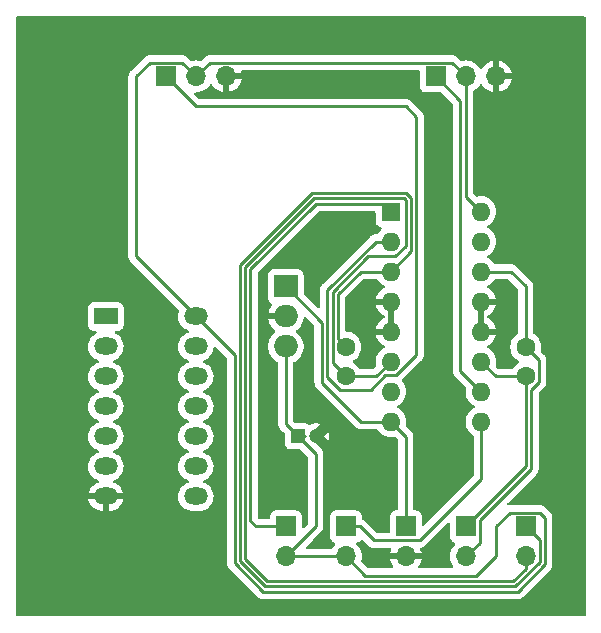
<source format=gtl>
G04 #@! TF.GenerationSoftware,KiCad,Pcbnew,7.0.7*
G04 #@! TF.CreationDate,2023-08-28T09:14:14+02:00*
G04 #@! TF.ProjectId,l293d-motor-controller,6c323933-642d-46d6-9f74-6f722d636f6e,rev?*
G04 #@! TF.SameCoordinates,Original*
G04 #@! TF.FileFunction,Copper,L1,Top*
G04 #@! TF.FilePolarity,Positive*
%FSLAX46Y46*%
G04 Gerber Fmt 4.6, Leading zero omitted, Abs format (unit mm)*
G04 Created by KiCad (PCBNEW 7.0.7) date 2023-08-28 09:14:14*
%MOMM*%
%LPD*%
G01*
G04 APERTURE LIST*
G04 #@! TA.AperFunction,ComponentPad*
%ADD10R,1.700000X1.700000*%
G04 #@! TD*
G04 #@! TA.AperFunction,ComponentPad*
%ADD11O,1.700000X1.700000*%
G04 #@! TD*
G04 #@! TA.AperFunction,ComponentPad*
%ADD12R,1.600000X1.600000*%
G04 #@! TD*
G04 #@! TA.AperFunction,ComponentPad*
%ADD13O,1.600000X1.600000*%
G04 #@! TD*
G04 #@! TA.AperFunction,ComponentPad*
%ADD14R,2.000000X1.905000*%
G04 #@! TD*
G04 #@! TA.AperFunction,ComponentPad*
%ADD15O,2.000000X1.905000*%
G04 #@! TD*
G04 #@! TA.AperFunction,ComponentPad*
%ADD16R,2.000000X1.440000*%
G04 #@! TD*
G04 #@! TA.AperFunction,ComponentPad*
%ADD17O,2.000000X1.440000*%
G04 #@! TD*
G04 #@! TA.AperFunction,ComponentPad*
%ADD18C,1.600000*%
G04 #@! TD*
G04 #@! TA.AperFunction,ComponentPad*
%ADD19R,1.200000X1.200000*%
G04 #@! TD*
G04 #@! TA.AperFunction,ComponentPad*
%ADD20C,1.200000*%
G04 #@! TD*
G04 #@! TA.AperFunction,Conductor*
%ADD21C,0.250000*%
G04 #@! TD*
G04 APERTURE END LIST*
D10*
X127000000Y-101600000D03*
D11*
X129540000Y-101600000D03*
X132080000Y-101600000D03*
D12*
X123200000Y-113045000D03*
D13*
X123200000Y-115585000D03*
X123200000Y-118125000D03*
X123200000Y-120665000D03*
X123200000Y-123205000D03*
X123200000Y-125745000D03*
X123200000Y-128285000D03*
X123200000Y-130825000D03*
X130820000Y-130825000D03*
X130820000Y-128285000D03*
X130820000Y-125745000D03*
X130820000Y-123205000D03*
X130820000Y-120665000D03*
X130820000Y-118125000D03*
X130820000Y-115585000D03*
X130820000Y-113045000D03*
D10*
X129540000Y-139700000D03*
D11*
X129540000Y-142240000D03*
D10*
X124460000Y-139700000D03*
D11*
X124460000Y-142240000D03*
D10*
X134620000Y-139700000D03*
D11*
X134620000Y-142240000D03*
D14*
X114300000Y-119380000D03*
D15*
X114300000Y-121920000D03*
X114300000Y-124460000D03*
D16*
X99060000Y-121920000D03*
D17*
X99060000Y-124460000D03*
X99060000Y-127000000D03*
X99060000Y-129540000D03*
X99060000Y-132080000D03*
X99060000Y-134620000D03*
X99060000Y-137160000D03*
X106680000Y-137160000D03*
X106680000Y-134620000D03*
X106680000Y-132080000D03*
X106680000Y-129540000D03*
X106680000Y-127000000D03*
X106680000Y-124460000D03*
X106680000Y-121920000D03*
D18*
X119380000Y-124500000D03*
X119380000Y-127000000D03*
D10*
X114300000Y-139700000D03*
D11*
X114300000Y-142240000D03*
D10*
X104140000Y-101600000D03*
D11*
X106680000Y-101600000D03*
X109220000Y-101600000D03*
D19*
X115340000Y-132080000D03*
D20*
X116840000Y-132080000D03*
D18*
X134620000Y-127000000D03*
X134620000Y-124500000D03*
D10*
X119380000Y-139700000D03*
D11*
X119380000Y-142240000D03*
D21*
X117355000Y-127515000D02*
X120665000Y-130825000D01*
X117355000Y-122435000D02*
X117355000Y-127515000D01*
X120665000Y-130825000D02*
X123200000Y-130825000D01*
X114300000Y-119380000D02*
X117355000Y-122435000D01*
X124460000Y-132085000D02*
X123200000Y-130825000D01*
X124460000Y-139700000D02*
X124460000Y-132085000D01*
X107855000Y-100425000D02*
X128365000Y-100425000D01*
X115340000Y-132080000D02*
X115915000Y-132080000D01*
X135795000Y-138525000D02*
X133255000Y-138525000D01*
X106680000Y-121920000D02*
X101600000Y-116840000D01*
X105505000Y-100425000D02*
X106680000Y-101600000D01*
X102775000Y-100425000D02*
X105505000Y-100425000D01*
X101600000Y-116840000D02*
X101600000Y-101600000D01*
X106680000Y-121920000D02*
X109960000Y-125200000D01*
X115340000Y-132080000D02*
X116840000Y-133580000D01*
X121020001Y-143880000D02*
X119380000Y-142240000D01*
X116840000Y-133580000D02*
X116840000Y-139700000D01*
X133255000Y-138525000D02*
X132080000Y-139700000D01*
X129540000Y-101600000D02*
X129540000Y-111765000D01*
X130440000Y-143880000D02*
X121020001Y-143880000D01*
X114300000Y-124460000D02*
X114300000Y-131040000D01*
X112355751Y-145230000D02*
X133928097Y-145230000D01*
X106680000Y-101600000D02*
X107855000Y-100425000D01*
X116840000Y-139700000D02*
X114300000Y-142240000D01*
X136245000Y-138975000D02*
X135795000Y-138525000D01*
X101600000Y-101600000D02*
X102775000Y-100425000D01*
X109960000Y-125200000D02*
X109960000Y-142834249D01*
X132080000Y-142240000D02*
X130440000Y-143880000D01*
X114300000Y-131040000D02*
X115340000Y-132080000D01*
X132080000Y-139700000D02*
X132080000Y-142240000D01*
X128365000Y-100425000D02*
X129540000Y-101600000D01*
X109960000Y-142834249D02*
X112355751Y-145230000D01*
X136245000Y-142913097D02*
X136245000Y-138975000D01*
X133928097Y-145230000D02*
X136245000Y-142913097D01*
X114300000Y-142240000D02*
X119380000Y-142240000D01*
X129540000Y-111765000D02*
X130820000Y-113045000D01*
X135795000Y-140875000D02*
X135795000Y-142726701D01*
X118705000Y-120055000D02*
X120635000Y-118125000D01*
X124910000Y-111868604D02*
X124910000Y-116415000D01*
X124910000Y-116415000D02*
X123200000Y-118125000D01*
X118705000Y-123825000D02*
X118705000Y-120055000D01*
X135795000Y-142726701D02*
X133741701Y-144780000D01*
X124511396Y-111470000D02*
X124910000Y-111868604D01*
X110410000Y-142647853D02*
X110410000Y-117553604D01*
X120635000Y-118125000D02*
X123200000Y-118125000D01*
X119380000Y-124500000D02*
X118705000Y-123825000D01*
X134620000Y-139700000D02*
X135795000Y-140875000D01*
X116493604Y-111470000D02*
X124511396Y-111470000D01*
X133741701Y-144780000D02*
X112542147Y-144780000D01*
X112542147Y-144780000D02*
X110410000Y-142647853D01*
X110410000Y-117553604D02*
X116493604Y-111470000D01*
X121945000Y-127000000D02*
X123200000Y-125745000D01*
X110860000Y-142461457D02*
X110860000Y-117740000D01*
X118255000Y-125875000D02*
X119380000Y-127000000D01*
X112728543Y-144330000D02*
X110860000Y-142461457D01*
X124325000Y-111920000D02*
X124460000Y-112055000D01*
X121283604Y-116840000D02*
X118255000Y-119868604D01*
X133555305Y-144330000D02*
X112728543Y-144330000D01*
X124460000Y-112055000D02*
X124460000Y-115915991D01*
X118255000Y-119868604D02*
X118255000Y-125875000D01*
X134620000Y-142240000D02*
X134620000Y-143265305D01*
X123535991Y-116840000D02*
X121283604Y-116840000D01*
X119380000Y-127000000D02*
X121945000Y-127000000D01*
X110860000Y-117740000D02*
X116680000Y-111920000D01*
X134620000Y-143265305D02*
X133555305Y-144330000D01*
X124460000Y-115915991D02*
X123535991Y-116840000D01*
X116680000Y-111920000D02*
X124325000Y-111920000D01*
X129540000Y-139700000D02*
X134620000Y-134620000D01*
X134620000Y-134620000D02*
X134620000Y-127000000D01*
X134620000Y-127000000D02*
X132075000Y-127000000D01*
X132075000Y-127000000D02*
X130820000Y-125745000D01*
X133365000Y-118125000D02*
X130820000Y-118125000D01*
X135070000Y-134806396D02*
X135070000Y-128140991D01*
X135745000Y-125625000D02*
X134620000Y-124500000D01*
X134620000Y-119380000D02*
X133365000Y-118125000D01*
X130715000Y-141065000D02*
X130715000Y-139161396D01*
X135745000Y-127465991D02*
X135745000Y-125625000D01*
X129540000Y-142240000D02*
X130715000Y-141065000D01*
X134620000Y-124500000D02*
X134620000Y-119380000D01*
X135070000Y-128140991D02*
X135745000Y-127465991D01*
X130715000Y-139161396D02*
X135070000Y-134806396D01*
X130820000Y-135690000D02*
X130820000Y-130825000D01*
X120555000Y-139700000D02*
X121730000Y-140875000D01*
X125635000Y-140875000D02*
X130820000Y-135690000D01*
X119380000Y-139700000D02*
X120555000Y-139700000D01*
X121730000Y-140875000D02*
X125635000Y-140875000D01*
X116866396Y-112370000D02*
X122525000Y-112370000D01*
X111310000Y-117926396D02*
X116866396Y-112370000D01*
X122525000Y-112370000D02*
X123200000Y-113045000D01*
X111760000Y-139700000D02*
X111310000Y-139250000D01*
X111310000Y-139250000D02*
X111310000Y-117926396D01*
X114300000Y-139700000D02*
X111760000Y-139700000D01*
X121479009Y-128125000D02*
X118914009Y-128125000D01*
X104140000Y-101600000D02*
X106680000Y-104140000D01*
X125360000Y-105040000D02*
X125360000Y-125175991D01*
X117805000Y-127015991D02*
X117805000Y-119682208D01*
X122734009Y-126870000D02*
X121479009Y-128125000D01*
X117805000Y-119682208D02*
X121902208Y-115585000D01*
X124460000Y-104140000D02*
X125360000Y-105040000D01*
X106680000Y-104140000D02*
X124460000Y-104140000D01*
X123665991Y-126870000D02*
X122734009Y-126870000D01*
X125360000Y-125175991D02*
X123665991Y-126870000D01*
X118914009Y-128125000D02*
X117805000Y-127015991D01*
X121902208Y-115585000D02*
X123200000Y-115585000D01*
X129090000Y-126555000D02*
X130820000Y-128285000D01*
X129090000Y-103690000D02*
X129090000Y-126555000D01*
X127000000Y-101600000D02*
X129090000Y-103690000D01*
G04 #@! TA.AperFunction,Conductor*
G36*
X120813062Y-140842652D02*
G01*
X121030134Y-141059725D01*
X121229197Y-141258788D01*
X121239022Y-141271051D01*
X121239243Y-141270869D01*
X121244214Y-141276878D01*
X121267441Y-141298689D01*
X121294635Y-141324226D01*
X121315529Y-141345120D01*
X121321011Y-141349373D01*
X121325443Y-141353157D01*
X121359418Y-141385062D01*
X121376976Y-141394714D01*
X121393233Y-141405393D01*
X121409064Y-141417673D01*
X121428737Y-141426186D01*
X121451833Y-141436182D01*
X121457077Y-141438750D01*
X121497908Y-141461197D01*
X121510523Y-141464435D01*
X121517305Y-141466177D01*
X121535719Y-141472481D01*
X121554104Y-141480438D01*
X121600157Y-141487732D01*
X121605826Y-141488906D01*
X121650981Y-141500500D01*
X121671016Y-141500500D01*
X121690413Y-141502026D01*
X121710196Y-141505160D01*
X121756583Y-141500775D01*
X121762422Y-141500500D01*
X123120634Y-141500500D01*
X123187673Y-141520185D01*
X123233428Y-141572989D01*
X123243372Y-141642147D01*
X123233016Y-141676905D01*
X123186569Y-141776507D01*
X123186567Y-141776513D01*
X123129364Y-141989999D01*
X123129364Y-141990000D01*
X123846653Y-141990000D01*
X123913692Y-142009685D01*
X123959447Y-142062489D01*
X123969391Y-142131647D01*
X123965631Y-142148933D01*
X123960000Y-142168111D01*
X123960000Y-142311889D01*
X123962093Y-142319016D01*
X123965631Y-142331067D01*
X123965630Y-142400936D01*
X123927855Y-142459714D01*
X123864299Y-142488738D01*
X123846653Y-142490000D01*
X123129364Y-142490000D01*
X123186567Y-142703486D01*
X123186570Y-142703492D01*
X123286400Y-142917579D01*
X123286404Y-142917585D01*
X123385688Y-143059376D01*
X123408016Y-143125582D01*
X123391006Y-143193349D01*
X123340059Y-143241163D01*
X123284114Y-143254500D01*
X121330454Y-143254500D01*
X121263415Y-143234815D01*
X121242773Y-143218181D01*
X120986074Y-142961482D01*
X120720236Y-142695645D01*
X120686752Y-142634323D01*
X120688142Y-142575876D01*
X120715063Y-142475408D01*
X120735659Y-142240000D01*
X120715063Y-142004592D01*
X120653903Y-141776337D01*
X120554035Y-141562171D01*
X120553651Y-141561623D01*
X120418496Y-141368600D01*
X120374122Y-141324226D01*
X120296567Y-141246671D01*
X120263084Y-141185351D01*
X120268068Y-141115659D01*
X120309939Y-141059725D01*
X120340915Y-141042810D01*
X120472331Y-140993796D01*
X120587546Y-140907546D01*
X120626117Y-140856021D01*
X120682049Y-140814152D01*
X120751740Y-140809168D01*
X120813062Y-140842652D01*
G37*
G04 #@! TD.AperFunction*
G04 #@! TA.AperFunction,Conductor*
G36*
X128108834Y-139388269D02*
G01*
X128164767Y-139430141D01*
X128189184Y-139495605D01*
X128189500Y-139504451D01*
X128189500Y-140597870D01*
X128189501Y-140597876D01*
X128195908Y-140657483D01*
X128246202Y-140792328D01*
X128246206Y-140792335D01*
X128332452Y-140907544D01*
X128332455Y-140907547D01*
X128447664Y-140993793D01*
X128447671Y-140993797D01*
X128579081Y-141042810D01*
X128635015Y-141084681D01*
X128659432Y-141150145D01*
X128644580Y-141218418D01*
X128623430Y-141246673D01*
X128501503Y-141368600D01*
X128365965Y-141562169D01*
X128365964Y-141562171D01*
X128266098Y-141776335D01*
X128266094Y-141776344D01*
X128204938Y-142004586D01*
X128204936Y-142004596D01*
X128184341Y-142239999D01*
X128184341Y-142240000D01*
X128204936Y-142475403D01*
X128204938Y-142475413D01*
X128266094Y-142703655D01*
X128266096Y-142703659D01*
X128266097Y-142703663D01*
X128345340Y-142873599D01*
X128365965Y-142917830D01*
X128365967Y-142917834D01*
X128465077Y-143059377D01*
X128487404Y-143125583D01*
X128470394Y-143193350D01*
X128419446Y-143241163D01*
X128363502Y-143254500D01*
X125635886Y-143254500D01*
X125568847Y-143234815D01*
X125523092Y-143182011D01*
X125513148Y-143112853D01*
X125534312Y-143059376D01*
X125633595Y-142917585D01*
X125633599Y-142917579D01*
X125733429Y-142703492D01*
X125733432Y-142703486D01*
X125790636Y-142490000D01*
X125073347Y-142490000D01*
X125006308Y-142470315D01*
X124960553Y-142417511D01*
X124950609Y-142348353D01*
X124954369Y-142331067D01*
X124957907Y-142319016D01*
X124960000Y-142311889D01*
X124960000Y-142168111D01*
X124954368Y-142148933D01*
X124954370Y-142079064D01*
X124992145Y-142020286D01*
X125055701Y-141991262D01*
X125073347Y-141990000D01*
X125790636Y-141990000D01*
X125790635Y-141989999D01*
X125733432Y-141776513D01*
X125733430Y-141776507D01*
X125680463Y-141662920D01*
X125669971Y-141593843D01*
X125698491Y-141530059D01*
X125756967Y-141491819D01*
X125777306Y-141487493D01*
X125791792Y-141485664D01*
X125835122Y-141468507D01*
X125840646Y-141466617D01*
X125844396Y-141465527D01*
X125885390Y-141453618D01*
X125902629Y-141443422D01*
X125920103Y-141434862D01*
X125938727Y-141427488D01*
X125938727Y-141427487D01*
X125938732Y-141427486D01*
X125976449Y-141400082D01*
X125981305Y-141396892D01*
X126021420Y-141373170D01*
X126035589Y-141358999D01*
X126050379Y-141346368D01*
X126066587Y-141334594D01*
X126096299Y-141298676D01*
X126100212Y-141294376D01*
X127977820Y-139416768D01*
X128039142Y-139383285D01*
X128108834Y-139388269D01*
G37*
G04 #@! TD.AperFunction*
G04 #@! TA.AperFunction,Conductor*
G36*
X115959703Y-121943888D02*
G01*
X116009775Y-121974365D01*
X116693182Y-122657772D01*
X116726666Y-122719093D01*
X116729500Y-122745451D01*
X116729500Y-127432254D01*
X116727775Y-127447872D01*
X116728061Y-127447899D01*
X116727326Y-127455666D01*
X116729499Y-127524814D01*
X116729499Y-127554351D01*
X116730368Y-127561232D01*
X116730826Y-127567051D01*
X116732290Y-127613624D01*
X116732291Y-127613627D01*
X116737880Y-127632867D01*
X116741824Y-127651911D01*
X116744336Y-127671792D01*
X116745641Y-127675087D01*
X116761490Y-127715119D01*
X116763382Y-127720647D01*
X116776381Y-127765388D01*
X116786580Y-127782634D01*
X116795138Y-127800103D01*
X116802514Y-127818732D01*
X116829898Y-127856423D01*
X116833106Y-127861307D01*
X116856827Y-127901416D01*
X116856833Y-127901424D01*
X116870990Y-127915580D01*
X116883628Y-127930376D01*
X116895405Y-127946586D01*
X116895406Y-127946587D01*
X116931309Y-127976288D01*
X116935620Y-127980210D01*
X119418246Y-130462837D01*
X120164197Y-131208788D01*
X120174022Y-131221051D01*
X120174243Y-131220869D01*
X120179214Y-131226878D01*
X120193315Y-131240119D01*
X120229635Y-131274226D01*
X120250529Y-131295120D01*
X120256011Y-131299373D01*
X120260443Y-131303157D01*
X120294418Y-131335062D01*
X120311976Y-131344714D01*
X120328233Y-131355393D01*
X120344064Y-131367673D01*
X120363737Y-131376186D01*
X120386833Y-131386182D01*
X120392077Y-131388750D01*
X120432908Y-131411197D01*
X120445523Y-131414435D01*
X120452305Y-131416177D01*
X120470719Y-131422481D01*
X120489104Y-131430438D01*
X120535157Y-131437732D01*
X120540826Y-131438906D01*
X120585981Y-131450500D01*
X120606016Y-131450500D01*
X120625413Y-131452026D01*
X120645196Y-131455160D01*
X120691583Y-131450775D01*
X120697422Y-131450500D01*
X121985812Y-131450500D01*
X122052851Y-131470185D01*
X122087387Y-131503377D01*
X122199954Y-131664141D01*
X122360858Y-131825045D01*
X122402863Y-131854457D01*
X122547266Y-131955568D01*
X122753504Y-132051739D01*
X122753509Y-132051740D01*
X122753511Y-132051741D01*
X122806415Y-132065916D01*
X122973308Y-132110635D01*
X123130791Y-132124413D01*
X123199998Y-132130468D01*
X123200000Y-132130468D01*
X123200002Y-132130468D01*
X123256673Y-132125509D01*
X123426692Y-132110635D01*
X123495048Y-132092319D01*
X123564897Y-132093982D01*
X123614822Y-132124413D01*
X123798180Y-132307771D01*
X123831665Y-132369094D01*
X123834499Y-132395452D01*
X123834499Y-138225500D01*
X123814814Y-138292539D01*
X123762010Y-138338294D01*
X123710500Y-138349500D01*
X123562130Y-138349500D01*
X123562123Y-138349501D01*
X123502516Y-138355908D01*
X123367671Y-138406202D01*
X123367664Y-138406206D01*
X123252455Y-138492452D01*
X123252452Y-138492455D01*
X123166206Y-138607664D01*
X123166202Y-138607671D01*
X123115908Y-138742517D01*
X123109501Y-138802116D01*
X123109500Y-138802127D01*
X123109500Y-139524393D01*
X123109501Y-140125500D01*
X123089816Y-140192539D01*
X123037013Y-140238294D01*
X122985501Y-140249500D01*
X122040452Y-140249500D01*
X121973413Y-140229815D01*
X121952771Y-140213181D01*
X121055803Y-139316212D01*
X121045980Y-139303950D01*
X121045759Y-139304134D01*
X121040786Y-139298123D01*
X121005125Y-139264635D01*
X120990364Y-139250773D01*
X120979919Y-139240328D01*
X120969475Y-139229883D01*
X120963986Y-139225625D01*
X120959561Y-139221847D01*
X120925582Y-139189938D01*
X120925580Y-139189936D01*
X120925577Y-139189935D01*
X120908029Y-139180288D01*
X120891763Y-139169604D01*
X120875932Y-139157324D01*
X120833169Y-139138818D01*
X120827923Y-139136248D01*
X120794764Y-139118020D01*
X120745499Y-139068475D01*
X120730499Y-139009357D01*
X120730499Y-138922945D01*
X120730499Y-138802128D01*
X120724091Y-138742517D01*
X120710982Y-138707371D01*
X120673797Y-138607671D01*
X120673793Y-138607664D01*
X120587547Y-138492455D01*
X120587544Y-138492452D01*
X120472335Y-138406206D01*
X120472328Y-138406202D01*
X120337482Y-138355908D01*
X120337483Y-138355908D01*
X120277883Y-138349501D01*
X120277881Y-138349500D01*
X120277873Y-138349500D01*
X120277864Y-138349500D01*
X118482129Y-138349500D01*
X118482123Y-138349501D01*
X118422516Y-138355908D01*
X118287671Y-138406202D01*
X118287664Y-138406206D01*
X118172455Y-138492452D01*
X118172452Y-138492455D01*
X118086206Y-138607664D01*
X118086202Y-138607671D01*
X118035908Y-138742517D01*
X118029501Y-138802116D01*
X118029501Y-138802123D01*
X118029500Y-138802135D01*
X118029500Y-140597870D01*
X118029501Y-140597876D01*
X118035908Y-140657483D01*
X118086202Y-140792328D01*
X118086206Y-140792335D01*
X118172452Y-140907544D01*
X118172455Y-140907547D01*
X118287664Y-140993793D01*
X118287671Y-140993797D01*
X118419081Y-141042810D01*
X118475015Y-141084681D01*
X118499432Y-141150145D01*
X118484580Y-141218418D01*
X118463430Y-141246673D01*
X118341503Y-141368600D01*
X118206348Y-141561623D01*
X118151771Y-141605248D01*
X118104773Y-141614500D01*
X116109452Y-141614500D01*
X116042413Y-141594815D01*
X115996658Y-141542011D01*
X115986714Y-141472853D01*
X116015739Y-141409297D01*
X116021771Y-141402819D01*
X116615422Y-140809168D01*
X117223788Y-140200801D01*
X117236042Y-140190986D01*
X117235859Y-140190764D01*
X117241866Y-140185792D01*
X117241877Y-140185786D01*
X117272775Y-140152882D01*
X117289227Y-140135364D01*
X117299671Y-140124918D01*
X117310120Y-140114471D01*
X117314379Y-140108978D01*
X117318152Y-140104561D01*
X117350062Y-140070582D01*
X117359713Y-140053024D01*
X117370396Y-140036761D01*
X117382673Y-140020936D01*
X117401185Y-139978153D01*
X117403738Y-139972941D01*
X117426197Y-139932092D01*
X117431180Y-139912680D01*
X117437481Y-139894280D01*
X117445437Y-139875896D01*
X117452729Y-139829852D01*
X117453906Y-139824171D01*
X117465500Y-139779019D01*
X117465500Y-139758983D01*
X117467027Y-139739582D01*
X117470160Y-139719804D01*
X117465775Y-139673415D01*
X117465500Y-139667577D01*
X117465500Y-133662737D01*
X117467224Y-133647123D01*
X117466938Y-133647096D01*
X117467672Y-133639333D01*
X117465500Y-133570203D01*
X117465500Y-133540651D01*
X117465500Y-133540650D01*
X117464629Y-133533759D01*
X117464172Y-133527945D01*
X117462709Y-133481373D01*
X117457121Y-133462139D01*
X117453174Y-133443081D01*
X117450664Y-133423208D01*
X117433507Y-133379875D01*
X117431614Y-133374346D01*
X117418618Y-133329614D01*
X117418617Y-133329610D01*
X117408420Y-133312368D01*
X117399863Y-133294902D01*
X117392486Y-133276268D01*
X117365083Y-133238550D01*
X117361900Y-133233705D01*
X117338170Y-133193579D01*
X117338165Y-133193573D01*
X117324005Y-133179413D01*
X117311370Y-133164620D01*
X117299593Y-133148412D01*
X117263693Y-133118713D01*
X117259381Y-133114790D01*
X116736272Y-132591681D01*
X116702787Y-132530358D01*
X116707771Y-132460666D01*
X116749643Y-132404733D01*
X116815107Y-132380316D01*
X116823953Y-132380000D01*
X116867799Y-132380000D01*
X116867802Y-132380000D01*
X116950250Y-132364588D01*
X117045608Y-132305544D01*
X117045609Y-132305544D01*
X117068806Y-132274826D01*
X117113201Y-132216038D01*
X117126944Y-132167738D01*
X117143895Y-132108162D01*
X117143895Y-132108160D01*
X117141286Y-132080000D01*
X117547106Y-132080000D01*
X117886960Y-132419854D01*
X117886961Y-132419854D01*
X117925902Y-132282990D01*
X117944713Y-132080000D01*
X117944713Y-132079999D01*
X117925902Y-131877009D01*
X117886960Y-131740144D01*
X117547106Y-132079999D01*
X117547106Y-132080000D01*
X117141286Y-132080000D01*
X117133546Y-131996479D01*
X117083552Y-131896078D01*
X117083550Y-131896076D01*
X117000666Y-131820516D01*
X116947433Y-131799894D01*
X116896080Y-131780000D01*
X116812198Y-131780000D01*
X116739299Y-131793626D01*
X116669785Y-131786596D01*
X116615107Y-131743098D01*
X116592625Y-131676944D01*
X116609478Y-131609137D01*
X116628835Y-131584057D01*
X116840000Y-131372893D01*
X117180602Y-131032290D01*
X117142321Y-131017460D01*
X117142316Y-131017459D01*
X116941928Y-130980000D01*
X116738072Y-130980000D01*
X116537677Y-131017460D01*
X116351098Y-131089741D01*
X116281474Y-131095603D01*
X116231993Y-131073381D01*
X116182331Y-131036204D01*
X116182329Y-131036203D01*
X116182328Y-131036202D01*
X116047482Y-130985908D01*
X116047483Y-130985908D01*
X115987883Y-130979501D01*
X115987881Y-130979500D01*
X115987873Y-130979500D01*
X115987865Y-130979500D01*
X115175453Y-130979500D01*
X115108414Y-130959815D01*
X115087772Y-130943181D01*
X114961819Y-130817228D01*
X114928334Y-130755905D01*
X114925500Y-130729547D01*
X114925500Y-125874116D01*
X114945185Y-125807077D01*
X114997989Y-125761322D01*
X114999691Y-125760560D01*
X115006515Y-125757566D01*
X115041422Y-125742255D01*
X115243010Y-125610551D01*
X115420171Y-125447463D01*
X115568072Y-125257439D01*
X115682679Y-125045664D01*
X115760866Y-124817913D01*
X115800500Y-124580399D01*
X115800500Y-124339601D01*
X115760866Y-124102087D01*
X115744187Y-124053504D01*
X115709801Y-123953340D01*
X115682679Y-123874336D01*
X115568072Y-123662561D01*
X115559327Y-123651326D01*
X115529613Y-123613149D01*
X115420171Y-123472537D01*
X115265495Y-123330148D01*
X115243007Y-123309446D01*
X115218614Y-123293510D01*
X115173257Y-123240364D01*
X115163833Y-123171132D01*
X115193335Y-123107796D01*
X115218616Y-123085891D01*
X115242701Y-123070155D01*
X115242702Y-123070154D01*
X115419797Y-122907126D01*
X115419806Y-122907116D01*
X115567649Y-122717168D01*
X115567655Y-122717159D01*
X115682215Y-122505468D01*
X115682221Y-122505454D01*
X115760379Y-122277792D01*
X115799786Y-122041638D01*
X115830236Y-121978752D01*
X115889851Y-121942313D01*
X115959703Y-121943888D01*
G37*
G04 #@! TD.AperFunction*
G04 #@! TA.AperFunction,Conductor*
G36*
X121842539Y-113015185D02*
G01*
X121888294Y-113067989D01*
X121899500Y-113119500D01*
X121899500Y-113892870D01*
X121899501Y-113892876D01*
X121905908Y-113952483D01*
X121956202Y-114087328D01*
X121956206Y-114087335D01*
X122042452Y-114202544D01*
X122042455Y-114202547D01*
X122157664Y-114288793D01*
X122157671Y-114288797D01*
X122202618Y-114305560D01*
X122292517Y-114339091D01*
X122327596Y-114342862D01*
X122392144Y-114369599D01*
X122431993Y-114426991D01*
X122434488Y-114496816D01*
X122398836Y-114556905D01*
X122385464Y-114567725D01*
X122360858Y-114584954D01*
X122199954Y-114745858D01*
X122087387Y-114906623D01*
X122032811Y-114950248D01*
X121985812Y-114959500D01*
X121984946Y-114959500D01*
X121969329Y-114957776D01*
X121969302Y-114958062D01*
X121961540Y-114957327D01*
X121892412Y-114959500D01*
X121862858Y-114959500D01*
X121862137Y-114959590D01*
X121855965Y-114960369D01*
X121850153Y-114960826D01*
X121803581Y-114962290D01*
X121803580Y-114962290D01*
X121784337Y-114967881D01*
X121765287Y-114971825D01*
X121745419Y-114974334D01*
X121745417Y-114974335D01*
X121702092Y-114991488D01*
X121696565Y-114993380D01*
X121651818Y-115006381D01*
X121651817Y-115006382D01*
X121634575Y-115016579D01*
X121617107Y-115025137D01*
X121598477Y-115032513D01*
X121598475Y-115032514D01*
X121560784Y-115059898D01*
X121555902Y-115063105D01*
X121515787Y-115086830D01*
X121501616Y-115101000D01*
X121486831Y-115113628D01*
X121470620Y-115125407D01*
X121440917Y-115161310D01*
X121436985Y-115165631D01*
X117421208Y-119181407D01*
X117408951Y-119191228D01*
X117409134Y-119191449D01*
X117403123Y-119196421D01*
X117355772Y-119246844D01*
X117334889Y-119267727D01*
X117334877Y-119267740D01*
X117330621Y-119273225D01*
X117326837Y-119277655D01*
X117294937Y-119311626D01*
X117294936Y-119311628D01*
X117285284Y-119329184D01*
X117274610Y-119345434D01*
X117262329Y-119361269D01*
X117262324Y-119361276D01*
X117243815Y-119404046D01*
X117241245Y-119409292D01*
X117218803Y-119450114D01*
X117213822Y-119469515D01*
X117207521Y-119487918D01*
X117199562Y-119506310D01*
X117199561Y-119506313D01*
X117192271Y-119552335D01*
X117191087Y-119558054D01*
X117179501Y-119603180D01*
X117179500Y-119603190D01*
X117179500Y-119623224D01*
X117177973Y-119642624D01*
X117174839Y-119662402D01*
X117177491Y-119690452D01*
X117178957Y-119705970D01*
X117179224Y-119708788D01*
X117179499Y-119714625D01*
X117179499Y-121075545D01*
X117159814Y-121142584D01*
X117107010Y-121188339D01*
X117037852Y-121198283D01*
X116974296Y-121169258D01*
X116967818Y-121163226D01*
X115836818Y-120032226D01*
X115803333Y-119970903D01*
X115800499Y-119944545D01*
X115800499Y-118379629D01*
X115800498Y-118379623D01*
X115800497Y-118379616D01*
X115795299Y-118331257D01*
X115794091Y-118320016D01*
X115743797Y-118185171D01*
X115743793Y-118185164D01*
X115657547Y-118069955D01*
X115657544Y-118069952D01*
X115542335Y-117983706D01*
X115542328Y-117983702D01*
X115407482Y-117933408D01*
X115407483Y-117933408D01*
X115347883Y-117927001D01*
X115347881Y-117927000D01*
X115347873Y-117927000D01*
X115347864Y-117927000D01*
X113252129Y-117927000D01*
X113252123Y-117927001D01*
X113192516Y-117933408D01*
X113057671Y-117983702D01*
X113057664Y-117983706D01*
X112942455Y-118069952D01*
X112942452Y-118069955D01*
X112856206Y-118185164D01*
X112856202Y-118185171D01*
X112805908Y-118320017D01*
X112799501Y-118379616D01*
X112799501Y-118379623D01*
X112799500Y-118379635D01*
X112799500Y-120380370D01*
X112799501Y-120380376D01*
X112805908Y-120439983D01*
X112856202Y-120574828D01*
X112856206Y-120574835D01*
X112942452Y-120690044D01*
X112942455Y-120690047D01*
X113057664Y-120776293D01*
X113057671Y-120776297D01*
X113068545Y-120780352D01*
X113088802Y-120787907D01*
X113144736Y-120829777D01*
X113169155Y-120895241D01*
X113154305Y-120963514D01*
X113143325Y-120980252D01*
X113032345Y-121122838D01*
X113032344Y-121122840D01*
X112917784Y-121334531D01*
X112917778Y-121334545D01*
X112839619Y-121562208D01*
X112821633Y-121669999D01*
X112821634Y-121670000D01*
X113633044Y-121670000D01*
X113700083Y-121689685D01*
X113745838Y-121742489D01*
X113756755Y-121802463D01*
X113756441Y-121807045D01*
X113756441Y-121807047D01*
X113752475Y-121865025D01*
X113747081Y-121943888D01*
X113746123Y-121957886D01*
X113755126Y-122001210D01*
X113759191Y-122020772D01*
X113753557Y-122090414D01*
X113711166Y-122145955D01*
X113645477Y-122169761D01*
X113637784Y-122170000D01*
X112821633Y-122170000D01*
X112839619Y-122277791D01*
X112917778Y-122505454D01*
X112917784Y-122505468D01*
X113032344Y-122717159D01*
X113032350Y-122717168D01*
X113180193Y-122907116D01*
X113180202Y-122907126D01*
X113357297Y-123070154D01*
X113357296Y-123070154D01*
X113381385Y-123085892D01*
X113426742Y-123139038D01*
X113436166Y-123208269D01*
X113406664Y-123271605D01*
X113381389Y-123293507D01*
X113356994Y-123309446D01*
X113356988Y-123309450D01*
X113221313Y-123434348D01*
X113179829Y-123472537D01*
X113158490Y-123499954D01*
X113031929Y-123662558D01*
X112917321Y-123874334D01*
X112917318Y-123874343D01*
X112839134Y-124102083D01*
X112799499Y-124339602D01*
X112799499Y-124580397D01*
X112839134Y-124817916D01*
X112917318Y-125045656D01*
X112917321Y-125045665D01*
X113031929Y-125257441D01*
X113052267Y-125283571D01*
X113179829Y-125447463D01*
X113356990Y-125610551D01*
X113558578Y-125742255D01*
X113578991Y-125751209D01*
X113600309Y-125760560D01*
X113653795Y-125805515D01*
X113674486Y-125872251D01*
X113674500Y-125874116D01*
X113674500Y-130957255D01*
X113672775Y-130972872D01*
X113673061Y-130972899D01*
X113672326Y-130980665D01*
X113674500Y-131049814D01*
X113674500Y-131079343D01*
X113674501Y-131079360D01*
X113675368Y-131086231D01*
X113675826Y-131092050D01*
X113677290Y-131138624D01*
X113677291Y-131138627D01*
X113682880Y-131157867D01*
X113686824Y-131176911D01*
X113689336Y-131196792D01*
X113705520Y-131237669D01*
X113706490Y-131240119D01*
X113708382Y-131245647D01*
X113716685Y-131274226D01*
X113721382Y-131290390D01*
X113728934Y-131303161D01*
X113731580Y-131307634D01*
X113740138Y-131325103D01*
X113747514Y-131343732D01*
X113774898Y-131381423D01*
X113778106Y-131386307D01*
X113801827Y-131426416D01*
X113801833Y-131426424D01*
X113815990Y-131440580D01*
X113828628Y-131455376D01*
X113840405Y-131471586D01*
X113840406Y-131471587D01*
X113876309Y-131501288D01*
X113880620Y-131505210D01*
X114045029Y-131669619D01*
X114203181Y-131827771D01*
X114236666Y-131889094D01*
X114239500Y-131915452D01*
X114239500Y-132727870D01*
X114239501Y-132727876D01*
X114245908Y-132787483D01*
X114296202Y-132922328D01*
X114296206Y-132922335D01*
X114382452Y-133037544D01*
X114382455Y-133037547D01*
X114497664Y-133123793D01*
X114497671Y-133123797D01*
X114632517Y-133174091D01*
X114632516Y-133174091D01*
X114639444Y-133174835D01*
X114692127Y-133180500D01*
X115504546Y-133180499D01*
X115571585Y-133200183D01*
X115592227Y-133216818D01*
X116178181Y-133802771D01*
X116211666Y-133864094D01*
X116214500Y-133890452D01*
X116214500Y-139389546D01*
X116194815Y-139456585D01*
X116178181Y-139477227D01*
X115862179Y-139793228D01*
X115800856Y-139826713D01*
X115731164Y-139821729D01*
X115675231Y-139779857D01*
X115650814Y-139714393D01*
X115650498Y-139705574D01*
X115650499Y-138802128D01*
X115644091Y-138742517D01*
X115630982Y-138707371D01*
X115593797Y-138607671D01*
X115593793Y-138607664D01*
X115507547Y-138492455D01*
X115507544Y-138492452D01*
X115392335Y-138406206D01*
X115392328Y-138406202D01*
X115257482Y-138355908D01*
X115257483Y-138355908D01*
X115197883Y-138349501D01*
X115197881Y-138349500D01*
X115197873Y-138349500D01*
X115197864Y-138349500D01*
X113402129Y-138349500D01*
X113402123Y-138349501D01*
X113342516Y-138355908D01*
X113207671Y-138406202D01*
X113207664Y-138406206D01*
X113092455Y-138492452D01*
X113092452Y-138492455D01*
X113006206Y-138607664D01*
X113006202Y-138607671D01*
X112955908Y-138742517D01*
X112949501Y-138802116D01*
X112949501Y-138802123D01*
X112949500Y-138802135D01*
X112949500Y-138950500D01*
X112929815Y-139017539D01*
X112877011Y-139063294D01*
X112825500Y-139074500D01*
X112070453Y-139074500D01*
X112003414Y-139054815D01*
X111982772Y-139038181D01*
X111971818Y-139027227D01*
X111938333Y-138965904D01*
X111935500Y-138939555D01*
X111935499Y-118236846D01*
X111955185Y-118169808D01*
X111971814Y-118149171D01*
X117089167Y-113031818D01*
X117150490Y-112998334D01*
X117176848Y-112995500D01*
X121775500Y-112995500D01*
X121842539Y-113015185D01*
G37*
G04 #@! TD.AperFunction*
G04 #@! TA.AperFunction,Conductor*
G36*
X125592539Y-101070185D02*
G01*
X125638294Y-101122989D01*
X125649500Y-101174500D01*
X125649500Y-102497870D01*
X125649501Y-102497876D01*
X125655908Y-102557483D01*
X125706202Y-102692328D01*
X125706206Y-102692335D01*
X125792452Y-102807544D01*
X125792455Y-102807547D01*
X125907664Y-102893793D01*
X125907671Y-102893797D01*
X126042517Y-102944091D01*
X126042516Y-102944091D01*
X126049444Y-102944835D01*
X126102127Y-102950500D01*
X127414546Y-102950499D01*
X127481585Y-102970184D01*
X127502227Y-102986818D01*
X128428181Y-103912771D01*
X128461666Y-103974094D01*
X128464500Y-104000452D01*
X128464499Y-126472255D01*
X128462776Y-126487872D01*
X128463061Y-126487899D01*
X128462326Y-126495665D01*
X128464500Y-126564814D01*
X128464500Y-126594343D01*
X128464501Y-126594360D01*
X128465368Y-126601231D01*
X128465826Y-126607050D01*
X128467290Y-126653624D01*
X128467291Y-126653627D01*
X128472880Y-126672867D01*
X128476824Y-126691911D01*
X128479336Y-126711792D01*
X128496490Y-126755119D01*
X128498382Y-126760647D01*
X128511381Y-126805388D01*
X128521580Y-126822634D01*
X128530138Y-126840103D01*
X128537514Y-126858732D01*
X128564898Y-126896423D01*
X128568106Y-126901307D01*
X128591827Y-126941416D01*
X128591833Y-126941424D01*
X128605990Y-126955580D01*
X128618628Y-126970376D01*
X128630405Y-126986586D01*
X128630406Y-126986587D01*
X128666309Y-127016288D01*
X128670620Y-127020210D01*
X129310672Y-127660263D01*
X129520586Y-127870177D01*
X129554071Y-127931500D01*
X129552680Y-127989949D01*
X129534367Y-128058296D01*
X129534364Y-128058313D01*
X129514532Y-128284999D01*
X129514532Y-128285001D01*
X129534364Y-128511686D01*
X129534366Y-128511697D01*
X129593258Y-128731488D01*
X129593261Y-128731497D01*
X129689431Y-128937732D01*
X129689432Y-128937734D01*
X129819954Y-129124141D01*
X129980858Y-129285045D01*
X130110050Y-129375505D01*
X130167266Y-129415568D01*
X130225278Y-129442619D01*
X130277713Y-129488788D01*
X130296866Y-129555982D01*
X130276651Y-129622863D01*
X130225277Y-129667380D01*
X130167268Y-129694430D01*
X130167265Y-129694432D01*
X129980858Y-129824954D01*
X129819954Y-129985858D01*
X129689432Y-130172265D01*
X129689431Y-130172267D01*
X129593261Y-130378502D01*
X129593258Y-130378511D01*
X129534366Y-130598302D01*
X129534364Y-130598313D01*
X129514532Y-130824998D01*
X129514532Y-130825001D01*
X129534364Y-131051686D01*
X129534366Y-131051697D01*
X129593258Y-131271488D01*
X129593261Y-131271497D01*
X129689431Y-131477732D01*
X129689432Y-131477734D01*
X129819954Y-131664141D01*
X129980859Y-131825046D01*
X130141622Y-131937613D01*
X130185247Y-131992190D01*
X130194499Y-132039188D01*
X130194500Y-135379546D01*
X130174815Y-135446585D01*
X130158181Y-135467227D01*
X126022180Y-139603228D01*
X125960857Y-139636713D01*
X125891165Y-139631729D01*
X125835232Y-139589857D01*
X125810815Y-139524393D01*
X125810499Y-139515547D01*
X125810499Y-138802129D01*
X125810498Y-138802123D01*
X125810497Y-138802116D01*
X125804091Y-138742517D01*
X125790982Y-138707371D01*
X125753797Y-138607671D01*
X125753793Y-138607664D01*
X125667547Y-138492455D01*
X125667544Y-138492452D01*
X125552335Y-138406206D01*
X125552328Y-138406202D01*
X125417482Y-138355908D01*
X125417483Y-138355908D01*
X125357883Y-138349501D01*
X125357881Y-138349500D01*
X125357873Y-138349500D01*
X125357865Y-138349500D01*
X125209500Y-138349500D01*
X125142461Y-138329815D01*
X125096706Y-138277011D01*
X125085500Y-138225500D01*
X125085500Y-132167738D01*
X125087224Y-132152124D01*
X125086938Y-132152097D01*
X125087672Y-132144334D01*
X125085500Y-132075203D01*
X125085500Y-132045651D01*
X125085500Y-132045650D01*
X125084629Y-132038759D01*
X125084172Y-132032945D01*
X125083026Y-131996479D01*
X125082709Y-131986373D01*
X125077122Y-131967144D01*
X125073174Y-131948084D01*
X125070664Y-131928208D01*
X125070663Y-131928206D01*
X125070663Y-131928204D01*
X125053512Y-131884887D01*
X125051619Y-131879358D01*
X125038618Y-131834609D01*
X125038616Y-131834606D01*
X125028423Y-131817371D01*
X125019861Y-131799894D01*
X125012487Y-131781270D01*
X125012486Y-131781268D01*
X124985079Y-131743545D01*
X124981888Y-131738686D01*
X124958172Y-131698583D01*
X124958165Y-131698574D01*
X124944006Y-131684415D01*
X124931368Y-131669619D01*
X124927388Y-131664141D01*
X124919594Y-131653413D01*
X124883688Y-131623709D01*
X124879376Y-131619786D01*
X124499413Y-131239822D01*
X124465928Y-131178499D01*
X124467319Y-131120048D01*
X124474821Y-131092050D01*
X124485635Y-131051692D01*
X124505468Y-130825000D01*
X124485635Y-130598308D01*
X124426739Y-130378504D01*
X124330568Y-130172266D01*
X124200047Y-129985861D01*
X124200045Y-129985858D01*
X124039141Y-129824954D01*
X123852735Y-129694433D01*
X123852736Y-129694433D01*
X123852734Y-129694432D01*
X123794722Y-129667380D01*
X123742284Y-129621208D01*
X123723133Y-129554014D01*
X123743349Y-129487133D01*
X123794721Y-129442619D01*
X123852734Y-129415568D01*
X124039139Y-129285047D01*
X124200047Y-129124139D01*
X124330568Y-128937734D01*
X124426739Y-128731496D01*
X124485635Y-128511692D01*
X124505468Y-128285000D01*
X124485635Y-128058308D01*
X124426739Y-127838504D01*
X124330568Y-127632266D01*
X124206913Y-127455667D01*
X124200045Y-127445858D01*
X124175064Y-127420877D01*
X124141579Y-127359554D01*
X124146563Y-127289862D01*
X124175062Y-127245517D01*
X125743786Y-125676793D01*
X125756048Y-125666971D01*
X125755865Y-125666750D01*
X125761867Y-125661783D01*
X125761877Y-125661777D01*
X125809241Y-125611339D01*
X125830120Y-125590461D01*
X125834373Y-125584977D01*
X125838150Y-125580554D01*
X125870062Y-125546573D01*
X125879714Y-125529014D01*
X125890389Y-125512763D01*
X125902674Y-125496927D01*
X125921186Y-125454143D01*
X125923742Y-125448926D01*
X125946197Y-125408083D01*
X125951180Y-125388671D01*
X125957477Y-125370282D01*
X125965438Y-125351886D01*
X125972729Y-125305844D01*
X125973906Y-125300157D01*
X125985500Y-125255010D01*
X125985499Y-125234977D01*
X125987027Y-125215574D01*
X125990159Y-125195799D01*
X125990160Y-125195797D01*
X125985775Y-125149406D01*
X125985500Y-125143568D01*
X125985500Y-105122737D01*
X125987224Y-105107124D01*
X125986938Y-105107097D01*
X125987671Y-105099335D01*
X125987672Y-105099332D01*
X125985499Y-105030203D01*
X125985500Y-105000650D01*
X125984629Y-104993758D01*
X125984172Y-104987946D01*
X125982709Y-104941372D01*
X125977122Y-104922144D01*
X125973174Y-104903084D01*
X125970664Y-104883208D01*
X125953507Y-104839875D01*
X125951619Y-104834359D01*
X125938619Y-104789612D01*
X125928418Y-104772363D01*
X125919860Y-104754894D01*
X125912486Y-104736268D01*
X125912483Y-104736264D01*
X125912483Y-104736263D01*
X125885098Y-104698571D01*
X125881890Y-104693687D01*
X125858172Y-104653582D01*
X125858163Y-104653571D01*
X125844005Y-104639413D01*
X125831370Y-104624620D01*
X125820834Y-104610120D01*
X125819594Y-104608413D01*
X125783693Y-104578713D01*
X125779381Y-104574790D01*
X124960803Y-103756212D01*
X124950980Y-103743950D01*
X124950759Y-103744134D01*
X124945786Y-103738123D01*
X124895364Y-103690773D01*
X124884919Y-103680328D01*
X124874475Y-103669883D01*
X124868986Y-103665625D01*
X124864561Y-103661847D01*
X124830582Y-103629938D01*
X124830580Y-103629936D01*
X124830577Y-103629935D01*
X124813029Y-103620288D01*
X124796763Y-103609604D01*
X124780933Y-103597325D01*
X124738168Y-103578818D01*
X124732922Y-103576248D01*
X124692093Y-103553803D01*
X124692092Y-103553802D01*
X124672693Y-103548822D01*
X124654281Y-103542518D01*
X124635898Y-103534562D01*
X124635892Y-103534560D01*
X124589874Y-103527272D01*
X124584152Y-103526087D01*
X124539021Y-103514500D01*
X124539019Y-103514500D01*
X124518984Y-103514500D01*
X124499586Y-103512973D01*
X124492162Y-103511797D01*
X124479805Y-103509840D01*
X124479804Y-103509840D01*
X124433416Y-103514225D01*
X124427578Y-103514500D01*
X106990453Y-103514500D01*
X106923414Y-103494815D01*
X106902772Y-103478181D01*
X106591931Y-103167340D01*
X106558446Y-103106017D01*
X106563430Y-103036325D01*
X106605302Y-102980392D01*
X106670766Y-102955975D01*
X106679612Y-102955659D01*
X106680001Y-102955659D01*
X106738966Y-102950500D01*
X106915408Y-102935063D01*
X107143663Y-102873903D01*
X107357830Y-102774035D01*
X107551401Y-102638495D01*
X107718495Y-102471401D01*
X107848730Y-102285405D01*
X107903307Y-102241781D01*
X107972805Y-102234587D01*
X108035160Y-102266110D01*
X108051879Y-102285405D01*
X108181890Y-102471078D01*
X108348917Y-102638105D01*
X108542421Y-102773600D01*
X108756507Y-102873429D01*
X108756516Y-102873433D01*
X108970000Y-102930634D01*
X108970000Y-102212301D01*
X108989685Y-102145262D01*
X109042489Y-102099507D01*
X109111647Y-102089563D01*
X109184237Y-102100000D01*
X109184238Y-102100000D01*
X109255762Y-102100000D01*
X109255763Y-102100000D01*
X109328353Y-102089563D01*
X109397512Y-102099507D01*
X109450315Y-102145262D01*
X109470000Y-102212301D01*
X109470000Y-102930633D01*
X109683483Y-102873433D01*
X109683492Y-102873429D01*
X109897578Y-102773600D01*
X110091082Y-102638105D01*
X110258105Y-102471082D01*
X110393600Y-102277578D01*
X110493429Y-102063492D01*
X110493432Y-102063486D01*
X110550636Y-101850000D01*
X109833347Y-101850000D01*
X109766308Y-101830315D01*
X109720553Y-101777511D01*
X109710609Y-101708353D01*
X109714369Y-101691067D01*
X109720000Y-101671888D01*
X109720000Y-101528111D01*
X109714369Y-101508933D01*
X109714370Y-101439064D01*
X109752145Y-101380286D01*
X109815701Y-101351262D01*
X109833347Y-101350000D01*
X110550636Y-101350000D01*
X110550635Y-101349999D01*
X110512210Y-101206594D01*
X110513873Y-101136744D01*
X110553035Y-101078881D01*
X110617264Y-101051377D01*
X110631985Y-101050500D01*
X125525500Y-101050500D01*
X125592539Y-101070185D01*
G37*
G04 #@! TD.AperFunction*
G04 #@! TA.AperFunction,Conductor*
G36*
X122052851Y-118770185D02*
G01*
X122087387Y-118803377D01*
X122199954Y-118964141D01*
X122360858Y-119125045D01*
X122360861Y-119125047D01*
X122547266Y-119255568D01*
X122605865Y-119282893D01*
X122658305Y-119329065D01*
X122677457Y-119396258D01*
X122657242Y-119463139D01*
X122605867Y-119507657D01*
X122547515Y-119534867D01*
X122361179Y-119665342D01*
X122200342Y-119826179D01*
X122069865Y-120012517D01*
X121973734Y-120218673D01*
X121973730Y-120218682D01*
X121921127Y-120414999D01*
X121921128Y-120415000D01*
X122689424Y-120415000D01*
X122756463Y-120434685D01*
X122802218Y-120487489D01*
X122812162Y-120556647D01*
X122811897Y-120558397D01*
X122795014Y-120664996D01*
X122795014Y-120665003D01*
X122811897Y-120771603D01*
X122802942Y-120840896D01*
X122757946Y-120894348D01*
X122691194Y-120914987D01*
X122689424Y-120915000D01*
X121921128Y-120915000D01*
X121973730Y-121111317D01*
X121973734Y-121111326D01*
X122069865Y-121317482D01*
X122200342Y-121503820D01*
X122361179Y-121664657D01*
X122547517Y-121795134D01*
X122606457Y-121822618D01*
X122658896Y-121868790D01*
X122678048Y-121935984D01*
X122657832Y-122002865D01*
X122606457Y-122047382D01*
X122547517Y-122074865D01*
X122361179Y-122205342D01*
X122200342Y-122366179D01*
X122069865Y-122552517D01*
X121973734Y-122758673D01*
X121973730Y-122758682D01*
X121921127Y-122954999D01*
X121921128Y-122955000D01*
X122689424Y-122955000D01*
X122756463Y-122974685D01*
X122802218Y-123027489D01*
X122812162Y-123096647D01*
X122811897Y-123098397D01*
X122795014Y-123204996D01*
X122795014Y-123205003D01*
X122811897Y-123311603D01*
X122802942Y-123380896D01*
X122757946Y-123434348D01*
X122691194Y-123454987D01*
X122689424Y-123455000D01*
X121921128Y-123455000D01*
X121973730Y-123651317D01*
X121973734Y-123651326D01*
X122069865Y-123857482D01*
X122200342Y-124043820D01*
X122361179Y-124204657D01*
X122547518Y-124335134D01*
X122547520Y-124335135D01*
X122605865Y-124362342D01*
X122658305Y-124408514D01*
X122677457Y-124475707D01*
X122657242Y-124542589D01*
X122605867Y-124587105D01*
X122547268Y-124614431D01*
X122547264Y-124614433D01*
X122360858Y-124744954D01*
X122199954Y-124905858D01*
X122069432Y-125092265D01*
X122069431Y-125092267D01*
X121973261Y-125298502D01*
X121973258Y-125298511D01*
X121914366Y-125518302D01*
X121914364Y-125518313D01*
X121894959Y-125740115D01*
X121894532Y-125745000D01*
X121914364Y-125971686D01*
X121914365Y-125971691D01*
X121914366Y-125971697D01*
X121932680Y-126040048D01*
X121931017Y-126109897D01*
X121900586Y-126159821D01*
X121722226Y-126338182D01*
X121660906Y-126371666D01*
X121634547Y-126374500D01*
X120594188Y-126374500D01*
X120527149Y-126354815D01*
X120492613Y-126321623D01*
X120380045Y-126160858D01*
X120219141Y-125999954D01*
X120032734Y-125869432D01*
X120032733Y-125869432D01*
X120017614Y-125862381D01*
X119965176Y-125816211D01*
X119946023Y-125749018D01*
X119966238Y-125682136D01*
X120017614Y-125637618D01*
X120032734Y-125630568D01*
X120219139Y-125500047D01*
X120380047Y-125339139D01*
X120510568Y-125152734D01*
X120606739Y-124946496D01*
X120665635Y-124726692D01*
X120684158Y-124514974D01*
X120685468Y-124500001D01*
X120685468Y-124499998D01*
X120665635Y-124273313D01*
X120665635Y-124273308D01*
X120606739Y-124053504D01*
X120510568Y-123847266D01*
X120380047Y-123660861D01*
X120380045Y-123660858D01*
X120219141Y-123499954D01*
X120032734Y-123369432D01*
X120032732Y-123369431D01*
X119826497Y-123273261D01*
X119826488Y-123273258D01*
X119606697Y-123214366D01*
X119606687Y-123214364D01*
X119443692Y-123200104D01*
X119378624Y-123174651D01*
X119337645Y-123118060D01*
X119330500Y-123076576D01*
X119330500Y-120365452D01*
X119350185Y-120298413D01*
X119366819Y-120277771D01*
X120857772Y-118786819D01*
X120919095Y-118753334D01*
X120945453Y-118750500D01*
X121985812Y-118750500D01*
X122052851Y-118770185D01*
G37*
G04 #@! TD.AperFunction*
G04 #@! TA.AperFunction,Conductor*
G36*
X133121587Y-118770185D02*
G01*
X133142229Y-118786819D01*
X133958181Y-119602771D01*
X133991666Y-119664094D01*
X133994500Y-119690452D01*
X133994499Y-123285811D01*
X133974814Y-123352850D01*
X133941623Y-123387386D01*
X133780856Y-123499956D01*
X133619954Y-123660858D01*
X133489432Y-123847265D01*
X133489431Y-123847267D01*
X133393261Y-124053502D01*
X133393258Y-124053511D01*
X133334366Y-124273302D01*
X133334364Y-124273313D01*
X133314532Y-124499998D01*
X133314532Y-124500001D01*
X133334364Y-124726686D01*
X133334366Y-124726697D01*
X133393258Y-124946488D01*
X133393261Y-124946497D01*
X133489431Y-125152732D01*
X133489432Y-125152734D01*
X133619954Y-125339141D01*
X133780858Y-125500045D01*
X133780861Y-125500047D01*
X133967266Y-125630568D01*
X133982387Y-125637619D01*
X134034825Y-125683791D01*
X134053976Y-125750985D01*
X134033760Y-125817866D01*
X133982387Y-125862380D01*
X133967266Y-125869432D01*
X133967264Y-125869433D01*
X133780858Y-125999954D01*
X133619954Y-126160858D01*
X133507387Y-126321623D01*
X133452811Y-126365248D01*
X133405812Y-126374500D01*
X132385452Y-126374500D01*
X132318413Y-126354815D01*
X132297771Y-126338181D01*
X132119413Y-126159822D01*
X132085928Y-126098499D01*
X132087319Y-126040048D01*
X132095744Y-126008604D01*
X132105635Y-125971692D01*
X132125031Y-125750000D01*
X132125468Y-125745001D01*
X132125468Y-125744998D01*
X132115456Y-125630566D01*
X132105635Y-125518308D01*
X132048711Y-125305865D01*
X132046741Y-125298511D01*
X132046738Y-125298502D01*
X131950568Y-125092266D01*
X131820047Y-124905861D01*
X131820045Y-124905858D01*
X131659141Y-124744954D01*
X131472734Y-124614432D01*
X131472732Y-124614431D01*
X131461275Y-124609088D01*
X131414132Y-124587105D01*
X131361694Y-124540934D01*
X131342542Y-124473740D01*
X131362758Y-124406859D01*
X131414134Y-124362341D01*
X131472484Y-124335132D01*
X131658820Y-124204657D01*
X131819657Y-124043820D01*
X131950134Y-123857482D01*
X132046265Y-123651326D01*
X132046269Y-123651317D01*
X132098872Y-123455000D01*
X131330576Y-123455000D01*
X131263537Y-123435315D01*
X131217782Y-123382511D01*
X131207838Y-123313353D01*
X131208103Y-123311603D01*
X131224986Y-123205003D01*
X131224986Y-123204996D01*
X131208103Y-123098397D01*
X131217058Y-123029104D01*
X131262054Y-122975652D01*
X131328806Y-122955013D01*
X131330576Y-122955000D01*
X132098872Y-122955000D01*
X132098872Y-122954999D01*
X132046269Y-122758682D01*
X132046265Y-122758673D01*
X131950134Y-122552517D01*
X131819657Y-122366179D01*
X131658820Y-122205342D01*
X131472481Y-122074865D01*
X131472479Y-122074864D01*
X131413543Y-122047382D01*
X131361103Y-122001210D01*
X131341951Y-121934017D01*
X131362166Y-121867136D01*
X131413543Y-121822618D01*
X131472479Y-121795135D01*
X131472481Y-121795134D01*
X131658820Y-121664657D01*
X131819657Y-121503820D01*
X131950134Y-121317482D01*
X132046265Y-121111326D01*
X132046269Y-121111317D01*
X132098872Y-120915000D01*
X131330576Y-120915000D01*
X131263537Y-120895315D01*
X131217782Y-120842511D01*
X131207838Y-120773353D01*
X131208103Y-120771603D01*
X131224986Y-120665003D01*
X131224986Y-120664996D01*
X131208103Y-120558397D01*
X131217058Y-120489104D01*
X131262054Y-120435652D01*
X131328806Y-120415013D01*
X131330576Y-120415000D01*
X132098872Y-120415000D01*
X132098872Y-120414999D01*
X132046269Y-120218682D01*
X132046265Y-120218673D01*
X131950134Y-120012517D01*
X131819657Y-119826179D01*
X131658820Y-119665342D01*
X131472482Y-119534865D01*
X131414133Y-119507657D01*
X131361694Y-119461484D01*
X131342542Y-119394291D01*
X131362758Y-119327410D01*
X131414129Y-119282895D01*
X131472734Y-119255568D01*
X131659139Y-119125047D01*
X131820047Y-118964139D01*
X131932612Y-118803377D01*
X131987189Y-118759752D01*
X132034188Y-118750500D01*
X133054548Y-118750500D01*
X133121587Y-118770185D01*
G37*
G04 #@! TD.AperFunction*
G04 #@! TA.AperFunction,Conductor*
G36*
X123093331Y-121053091D02*
G01*
X123125699Y-121058218D01*
X123168515Y-121065000D01*
X123168519Y-121065000D01*
X123231485Y-121065000D01*
X123274300Y-121058218D01*
X123306602Y-121053102D01*
X123375894Y-121062056D01*
X123429347Y-121107052D01*
X123449987Y-121173803D01*
X123450000Y-121175575D01*
X123450000Y-122694424D01*
X123430315Y-122761463D01*
X123377511Y-122807218D01*
X123308353Y-122817162D01*
X123306602Y-122816897D01*
X123231486Y-122805000D01*
X123231481Y-122805000D01*
X123168519Y-122805000D01*
X123168514Y-122805000D01*
X123093398Y-122816897D01*
X123024104Y-122807942D01*
X122970652Y-122762946D01*
X122950013Y-122696194D01*
X122950000Y-122694424D01*
X122950000Y-121175575D01*
X122969685Y-121108536D01*
X123022489Y-121062781D01*
X123091647Y-121052837D01*
X123093331Y-121053091D01*
G37*
G04 #@! TD.AperFunction*
G04 #@! TA.AperFunction,Conductor*
G36*
X130713331Y-121053091D02*
G01*
X130745699Y-121058218D01*
X130788515Y-121065000D01*
X130788519Y-121065000D01*
X130851485Y-121065000D01*
X130894300Y-121058218D01*
X130926602Y-121053102D01*
X130995894Y-121062056D01*
X131049347Y-121107052D01*
X131069987Y-121173803D01*
X131070000Y-121175575D01*
X131070000Y-121865000D01*
X131069999Y-122694424D01*
X131050314Y-122761464D01*
X130997510Y-122807218D01*
X130928352Y-122817162D01*
X130926601Y-122816897D01*
X130851486Y-122805000D01*
X130851481Y-122805000D01*
X130788519Y-122805000D01*
X130788514Y-122805000D01*
X130713398Y-122816897D01*
X130644104Y-122807942D01*
X130590652Y-122762946D01*
X130570013Y-122696194D01*
X130570000Y-122694424D01*
X130570000Y-121175575D01*
X130589685Y-121108536D01*
X130642489Y-121062781D01*
X130711647Y-121052837D01*
X130713331Y-121053091D01*
G37*
G04 #@! TD.AperFunction*
G04 #@! TA.AperFunction,Conductor*
G36*
X139642539Y-96540185D02*
G01*
X139688294Y-96592989D01*
X139699500Y-96644500D01*
X139699500Y-147195500D01*
X139679815Y-147262539D01*
X139627011Y-147308294D01*
X139575500Y-147319500D01*
X91564500Y-147319500D01*
X91497461Y-147299815D01*
X91451706Y-147247011D01*
X91440500Y-147195500D01*
X91440500Y-134674979D01*
X97555801Y-134674979D01*
X97585291Y-134892684D01*
X97585292Y-134892688D01*
X97653180Y-135101627D01*
X97757284Y-135295084D01*
X97757286Y-135295087D01*
X97828227Y-135384045D01*
X97894263Y-135466851D01*
X98059709Y-135611396D01*
X98137003Y-135657577D01*
X98248297Y-135724073D01*
X98248299Y-135724073D01*
X98248305Y-135724077D01*
X98375969Y-135771990D01*
X98377815Y-135772683D01*
X98433663Y-135814669D01*
X98457946Y-135880183D01*
X98442955Y-135948425D01*
X98393448Y-135997729D01*
X98367234Y-136008307D01*
X98349597Y-136013174D01*
X98349586Y-136013178D01*
X98151737Y-136108456D01*
X98151727Y-136108462D01*
X97974075Y-136237534D01*
X97974068Y-136237540D01*
X97822309Y-136396269D01*
X97701331Y-136579543D01*
X97615020Y-136781479D01*
X97615019Y-136781482D01*
X97585686Y-136909999D01*
X97585687Y-136910000D01*
X98446653Y-136910000D01*
X98513692Y-136929685D01*
X98559447Y-136982489D01*
X98569391Y-137051647D01*
X98565631Y-137068933D01*
X98560000Y-137088111D01*
X98560000Y-137231888D01*
X98565631Y-137251067D01*
X98565630Y-137320936D01*
X98527855Y-137379714D01*
X98464299Y-137408738D01*
X98446653Y-137410000D01*
X97582724Y-137410000D01*
X97585781Y-137432575D01*
X97585782Y-137432578D01*
X97653642Y-137641430D01*
X97757703Y-137834808D01*
X97757705Y-137834811D01*
X97894625Y-138006504D01*
X98059997Y-138150984D01*
X98060005Y-138150990D01*
X98248515Y-138263621D01*
X98248520Y-138263623D01*
X98454123Y-138340788D01*
X98670194Y-138380000D01*
X98810000Y-138380000D01*
X98810000Y-137772301D01*
X98829685Y-137705262D01*
X98882489Y-137659507D01*
X98951647Y-137649563D01*
X99024237Y-137660000D01*
X99024238Y-137660000D01*
X99095762Y-137660000D01*
X99095763Y-137660000D01*
X99168353Y-137649563D01*
X99237512Y-137659507D01*
X99290315Y-137705262D01*
X99310000Y-137772301D01*
X99310000Y-138380000D01*
X99394781Y-138380000D01*
X99394784Y-138379999D01*
X99558720Y-138365246D01*
X99770400Y-138306826D01*
X99770413Y-138306821D01*
X99968262Y-138211543D01*
X99968272Y-138211537D01*
X100145924Y-138082465D01*
X100145931Y-138082459D01*
X100297690Y-137923730D01*
X100418668Y-137740456D01*
X100504979Y-137538520D01*
X100504980Y-137538517D01*
X100534313Y-137410000D01*
X99673347Y-137410000D01*
X99606308Y-137390315D01*
X99560553Y-137337511D01*
X99550609Y-137268353D01*
X99554369Y-137251067D01*
X99560000Y-137231888D01*
X99560000Y-137088111D01*
X99554369Y-137068933D01*
X99554370Y-136999064D01*
X99592145Y-136940286D01*
X99655701Y-136911262D01*
X99673347Y-136910000D01*
X100537276Y-136910000D01*
X100534218Y-136887424D01*
X100534217Y-136887421D01*
X100466357Y-136678569D01*
X100362296Y-136485191D01*
X100362294Y-136485188D01*
X100225374Y-136313495D01*
X100060002Y-136169015D01*
X100059994Y-136169009D01*
X99871484Y-136056378D01*
X99871479Y-136056375D01*
X99742161Y-136007841D01*
X99686313Y-135965855D01*
X99662030Y-135900341D01*
X99677022Y-135832098D01*
X99726528Y-135782794D01*
X99752744Y-135772216D01*
X99770586Y-135767293D01*
X99968524Y-135671971D01*
X99980301Y-135663415D01*
X100146254Y-135542843D01*
X100146260Y-135542839D01*
X100298082Y-135384045D01*
X100419111Y-135200694D01*
X100505456Y-134998680D01*
X100554343Y-134784494D01*
X100564199Y-134565021D01*
X100534709Y-134347316D01*
X100466820Y-134138374D01*
X100362714Y-133944913D01*
X100225737Y-133773149D01*
X100060291Y-133628604D01*
X100033595Y-133612653D01*
X99871702Y-133515926D01*
X99871696Y-133515923D01*
X99742980Y-133467615D01*
X99687132Y-133425629D01*
X99662849Y-133360115D01*
X99677841Y-133291873D01*
X99727347Y-133242568D01*
X99753563Y-133231990D01*
X99770586Y-133227293D01*
X99968524Y-133131971D01*
X99979781Y-133123793D01*
X100098488Y-133037547D01*
X100146260Y-133002839D01*
X100298082Y-132844045D01*
X100419111Y-132660694D01*
X100505456Y-132458680D01*
X100554343Y-132244494D01*
X100564199Y-132025021D01*
X100534709Y-131807316D01*
X100466820Y-131598374D01*
X100362714Y-131404913D01*
X100225737Y-131233149D01*
X100060291Y-131088604D01*
X100033595Y-131072653D01*
X99871702Y-130975926D01*
X99871696Y-130975923D01*
X99742980Y-130927615D01*
X99687132Y-130885629D01*
X99662849Y-130820115D01*
X99677841Y-130751873D01*
X99727347Y-130702568D01*
X99753563Y-130691990D01*
X99770586Y-130687293D01*
X99968524Y-130591971D01*
X100146260Y-130462839D01*
X100298082Y-130304045D01*
X100419111Y-130120694D01*
X100505456Y-129918680D01*
X100554343Y-129704494D01*
X100564199Y-129485021D01*
X100534709Y-129267316D01*
X100466820Y-129058374D01*
X100362714Y-128864913D01*
X100225737Y-128693149D01*
X100060291Y-128548604D01*
X100033595Y-128532653D01*
X99871702Y-128435926D01*
X99871696Y-128435923D01*
X99742980Y-128387615D01*
X99687132Y-128345629D01*
X99662849Y-128280115D01*
X99677841Y-128211873D01*
X99727347Y-128162568D01*
X99753563Y-128151990D01*
X99770586Y-128147293D01*
X99968524Y-128051971D01*
X100039995Y-128000045D01*
X100072693Y-127976288D01*
X100146260Y-127922839D01*
X100298082Y-127764045D01*
X100419111Y-127580694D01*
X100505456Y-127378680D01*
X100554343Y-127164494D01*
X100564199Y-126945021D01*
X100534709Y-126727316D01*
X100466820Y-126518374D01*
X100362714Y-126324913D01*
X100225737Y-126153149D01*
X100060291Y-126008604D01*
X100033595Y-125992653D01*
X99871702Y-125895926D01*
X99871696Y-125895923D01*
X99742980Y-125847615D01*
X99687132Y-125805629D01*
X99662849Y-125740115D01*
X99677841Y-125671873D01*
X99727347Y-125622568D01*
X99753563Y-125611990D01*
X99770586Y-125607293D01*
X99968524Y-125511971D01*
X99989231Y-125496927D01*
X100111506Y-125408089D01*
X100146260Y-125382839D01*
X100298082Y-125224045D01*
X100419111Y-125040694D01*
X100505456Y-124838680D01*
X100554343Y-124624494D01*
X100564199Y-124405021D01*
X100534709Y-124187316D01*
X100466820Y-123978374D01*
X100362714Y-123784913D01*
X100225737Y-123613149D01*
X100060291Y-123468604D01*
X99981422Y-123421482D01*
X99896840Y-123370946D01*
X99849387Y-123319664D01*
X99837192Y-123250866D01*
X99864127Y-123186397D01*
X99921641Y-123146725D01*
X99960439Y-123140499D01*
X100107872Y-123140499D01*
X100167483Y-123134091D01*
X100302331Y-123083796D01*
X100417546Y-122997546D01*
X100503796Y-122882331D01*
X100554091Y-122747483D01*
X100560500Y-122687873D01*
X100560499Y-121152128D01*
X100554091Y-121092517D01*
X100546867Y-121073149D01*
X100503797Y-120957671D01*
X100503793Y-120957664D01*
X100417547Y-120842455D01*
X100417544Y-120842452D01*
X100302335Y-120756206D01*
X100302328Y-120756202D01*
X100167482Y-120705908D01*
X100167483Y-120705908D01*
X100107883Y-120699501D01*
X100107881Y-120699500D01*
X100107873Y-120699500D01*
X100107864Y-120699500D01*
X98012129Y-120699500D01*
X98012123Y-120699501D01*
X97952516Y-120705908D01*
X97817671Y-120756202D01*
X97817664Y-120756206D01*
X97702455Y-120842452D01*
X97702452Y-120842455D01*
X97616206Y-120957664D01*
X97616202Y-120957671D01*
X97565908Y-121092517D01*
X97560526Y-121142584D01*
X97559501Y-121152123D01*
X97559500Y-121152135D01*
X97559500Y-122687870D01*
X97559501Y-122687876D01*
X97565908Y-122747483D01*
X97616202Y-122882328D01*
X97616206Y-122882335D01*
X97702452Y-122997544D01*
X97702455Y-122997547D01*
X97817664Y-123083793D01*
X97817671Y-123083797D01*
X97952517Y-123134091D01*
X97952516Y-123134091D01*
X97959444Y-123134835D01*
X98012127Y-123140500D01*
X98163728Y-123140499D01*
X98230765Y-123160183D01*
X98276520Y-123212987D01*
X98286464Y-123282145D01*
X98257439Y-123345701D01*
X98217529Y-123376219D01*
X98151472Y-123408031D01*
X98151469Y-123408032D01*
X97973745Y-123537156D01*
X97973738Y-123537162D01*
X97821916Y-123695956D01*
X97700890Y-123879302D01*
X97614544Y-124081321D01*
X97614542Y-124081327D01*
X97565657Y-124295505D01*
X97565657Y-124295506D01*
X97563877Y-124335134D01*
X97556474Y-124500001D01*
X97555801Y-124514979D01*
X97584480Y-124726696D01*
X97585292Y-124732688D01*
X97653180Y-124941627D01*
X97757284Y-125135084D01*
X97757286Y-125135087D01*
X97893476Y-125305865D01*
X97894263Y-125306851D01*
X98059709Y-125451396D01*
X98135915Y-125496927D01*
X98248297Y-125564073D01*
X98248299Y-125564073D01*
X98248305Y-125564077D01*
X98377019Y-125612384D01*
X98432867Y-125654369D01*
X98457150Y-125719884D01*
X98442159Y-125788126D01*
X98392652Y-125837430D01*
X98366439Y-125848008D01*
X98349418Y-125852705D01*
X98349410Y-125852708D01*
X98151479Y-125948026D01*
X98151469Y-125948032D01*
X97973745Y-126077156D01*
X97973738Y-126077162D01*
X97821916Y-126235956D01*
X97700890Y-126419302D01*
X97658546Y-126518372D01*
X97620644Y-126607050D01*
X97614544Y-126621321D01*
X97614542Y-126621327D01*
X97565657Y-126835505D01*
X97565657Y-126835508D01*
X97555947Y-127051736D01*
X97555801Y-127054979D01*
X97570636Y-127164494D01*
X97585292Y-127272688D01*
X97653180Y-127481627D01*
X97757284Y-127675084D01*
X97757286Y-127675087D01*
X97887606Y-127838504D01*
X97894263Y-127846851D01*
X98059709Y-127991396D01*
X98141521Y-128040276D01*
X98248297Y-128104073D01*
X98248299Y-128104073D01*
X98248305Y-128104077D01*
X98377019Y-128152384D01*
X98432867Y-128194369D01*
X98457150Y-128259884D01*
X98442159Y-128328126D01*
X98392652Y-128377430D01*
X98366439Y-128388008D01*
X98349418Y-128392705D01*
X98349410Y-128392708D01*
X98151479Y-128488026D01*
X98151469Y-128488032D01*
X97973745Y-128617156D01*
X97973738Y-128617162D01*
X97821916Y-128775956D01*
X97700890Y-128959302D01*
X97614544Y-129161321D01*
X97614542Y-129161327D01*
X97565657Y-129375505D01*
X97565657Y-129375508D01*
X97557641Y-129554014D01*
X97555801Y-129594979D01*
X97570636Y-129704494D01*
X97585292Y-129812688D01*
X97653180Y-130021627D01*
X97757284Y-130215084D01*
X97757286Y-130215087D01*
X97887606Y-130378504D01*
X97894263Y-130386851D01*
X98059709Y-130531396D01*
X98141521Y-130580276D01*
X98248297Y-130644073D01*
X98248299Y-130644073D01*
X98248305Y-130644077D01*
X98377019Y-130692384D01*
X98432867Y-130734369D01*
X98457150Y-130799884D01*
X98442159Y-130868126D01*
X98392652Y-130917430D01*
X98366439Y-130928008D01*
X98349418Y-130932705D01*
X98349410Y-130932708D01*
X98151479Y-131028026D01*
X98151469Y-131028032D01*
X97973745Y-131157156D01*
X97973738Y-131157162D01*
X97821916Y-131315956D01*
X97700890Y-131499302D01*
X97658546Y-131598372D01*
X97615716Y-131698580D01*
X97614544Y-131701321D01*
X97614542Y-131701327D01*
X97565657Y-131915505D01*
X97565657Y-131915508D01*
X97556004Y-132130468D01*
X97555801Y-132134979D01*
X97584127Y-132344090D01*
X97585292Y-132352688D01*
X97653180Y-132561627D01*
X97757284Y-132755084D01*
X97757286Y-132755087D01*
X97890661Y-132922335D01*
X97894263Y-132926851D01*
X98059709Y-133071396D01*
X98135788Y-133116851D01*
X98248297Y-133184073D01*
X98248299Y-133184073D01*
X98248305Y-133184077D01*
X98377019Y-133232384D01*
X98432867Y-133274369D01*
X98457150Y-133339884D01*
X98442159Y-133408126D01*
X98392652Y-133457430D01*
X98366439Y-133468008D01*
X98349418Y-133472705D01*
X98349410Y-133472708D01*
X98151479Y-133568026D01*
X98151469Y-133568032D01*
X97973745Y-133697156D01*
X97973738Y-133697162D01*
X97821916Y-133855956D01*
X97700890Y-134039302D01*
X97614544Y-134241321D01*
X97614542Y-134241327D01*
X97590352Y-134347311D01*
X97565657Y-134455506D01*
X97555801Y-134674979D01*
X91440500Y-134674979D01*
X91440500Y-101580195D01*
X100969840Y-101580195D01*
X100974225Y-101626583D01*
X100974500Y-101632421D01*
X100974500Y-116757255D01*
X100972775Y-116772872D01*
X100973061Y-116772899D01*
X100972326Y-116780665D01*
X100974500Y-116849814D01*
X100974500Y-116879343D01*
X100974501Y-116879360D01*
X100975368Y-116886231D01*
X100975826Y-116892050D01*
X100977290Y-116938624D01*
X100977291Y-116938627D01*
X100982880Y-116957867D01*
X100986824Y-116976911D01*
X100989038Y-116994431D01*
X100989336Y-116996791D01*
X101006490Y-117040119D01*
X101008382Y-117045647D01*
X101014823Y-117067817D01*
X101021382Y-117090390D01*
X101026944Y-117099796D01*
X101031580Y-117107634D01*
X101040138Y-117125103D01*
X101047514Y-117143732D01*
X101074898Y-117181423D01*
X101078106Y-117186307D01*
X101101827Y-117226416D01*
X101101833Y-117226424D01*
X101115990Y-117240580D01*
X101128628Y-117255376D01*
X101140405Y-117271586D01*
X101140406Y-117271587D01*
X101176309Y-117301288D01*
X101180620Y-117305210D01*
X104240861Y-120365452D01*
X105229795Y-121354386D01*
X105263280Y-121415709D01*
X105258296Y-121485401D01*
X105256136Y-121490800D01*
X105234547Y-121541312D01*
X105234542Y-121541327D01*
X105185657Y-121755505D01*
X105185657Y-121755508D01*
X105175829Y-121974366D01*
X105175801Y-121974979D01*
X105205291Y-122192684D01*
X105205292Y-122192688D01*
X105273180Y-122401627D01*
X105377284Y-122595084D01*
X105377286Y-122595087D01*
X105498817Y-122747483D01*
X105514263Y-122766851D01*
X105679709Y-122911396D01*
X105761521Y-122960276D01*
X105868297Y-123024073D01*
X105868299Y-123024073D01*
X105868305Y-123024077D01*
X105997019Y-123072384D01*
X106052867Y-123114369D01*
X106077150Y-123179884D01*
X106062159Y-123248126D01*
X106012652Y-123297430D01*
X105986439Y-123308008D01*
X105969418Y-123312705D01*
X105969410Y-123312708D01*
X105771479Y-123408026D01*
X105771469Y-123408032D01*
X105593745Y-123537156D01*
X105593738Y-123537162D01*
X105441916Y-123695956D01*
X105320890Y-123879302D01*
X105234544Y-124081321D01*
X105234542Y-124081327D01*
X105185657Y-124295505D01*
X105185657Y-124295506D01*
X105183877Y-124335134D01*
X105176474Y-124500001D01*
X105175801Y-124514979D01*
X105204480Y-124726696D01*
X105205292Y-124732688D01*
X105273180Y-124941627D01*
X105377284Y-125135084D01*
X105377286Y-125135087D01*
X105513476Y-125305865D01*
X105514263Y-125306851D01*
X105679709Y-125451396D01*
X105755915Y-125496927D01*
X105868297Y-125564073D01*
X105868299Y-125564073D01*
X105868305Y-125564077D01*
X105997019Y-125612384D01*
X106052867Y-125654369D01*
X106077150Y-125719884D01*
X106062159Y-125788126D01*
X106012652Y-125837430D01*
X105986439Y-125848008D01*
X105969418Y-125852705D01*
X105969410Y-125852708D01*
X105771479Y-125948026D01*
X105771469Y-125948032D01*
X105593745Y-126077156D01*
X105593738Y-126077162D01*
X105441916Y-126235956D01*
X105320890Y-126419302D01*
X105278546Y-126518372D01*
X105240644Y-126607050D01*
X105234544Y-126621321D01*
X105234542Y-126621327D01*
X105185657Y-126835505D01*
X105185657Y-126835508D01*
X105175947Y-127051736D01*
X105175801Y-127054979D01*
X105190636Y-127164494D01*
X105205292Y-127272688D01*
X105273180Y-127481627D01*
X105377284Y-127675084D01*
X105377286Y-127675087D01*
X105507606Y-127838504D01*
X105514263Y-127846851D01*
X105679709Y-127991396D01*
X105761521Y-128040276D01*
X105868297Y-128104073D01*
X105868299Y-128104073D01*
X105868305Y-128104077D01*
X105997019Y-128152384D01*
X106052867Y-128194369D01*
X106077150Y-128259884D01*
X106062159Y-128328126D01*
X106012652Y-128377430D01*
X105986439Y-128388008D01*
X105969418Y-128392705D01*
X105969410Y-128392708D01*
X105771479Y-128488026D01*
X105771469Y-128488032D01*
X105593745Y-128617156D01*
X105593738Y-128617162D01*
X105441916Y-128775956D01*
X105320890Y-128959302D01*
X105234544Y-129161321D01*
X105234542Y-129161327D01*
X105185657Y-129375505D01*
X105185657Y-129375508D01*
X105177641Y-129554014D01*
X105175801Y-129594979D01*
X105190636Y-129704494D01*
X105205292Y-129812688D01*
X105273180Y-130021627D01*
X105377284Y-130215084D01*
X105377286Y-130215087D01*
X105507606Y-130378504D01*
X105514263Y-130386851D01*
X105679709Y-130531396D01*
X105761521Y-130580276D01*
X105868297Y-130644073D01*
X105868299Y-130644073D01*
X105868305Y-130644077D01*
X105997019Y-130692384D01*
X106052867Y-130734369D01*
X106077150Y-130799884D01*
X106062159Y-130868126D01*
X106012652Y-130917430D01*
X105986439Y-130928008D01*
X105969418Y-130932705D01*
X105969410Y-130932708D01*
X105771479Y-131028026D01*
X105771469Y-131028032D01*
X105593745Y-131157156D01*
X105593738Y-131157162D01*
X105441916Y-131315956D01*
X105320890Y-131499302D01*
X105278546Y-131598372D01*
X105235716Y-131698580D01*
X105234544Y-131701321D01*
X105234542Y-131701327D01*
X105185657Y-131915505D01*
X105185657Y-131915508D01*
X105176004Y-132130468D01*
X105175801Y-132134979D01*
X105204127Y-132344090D01*
X105205292Y-132352688D01*
X105273180Y-132561627D01*
X105377284Y-132755084D01*
X105377286Y-132755087D01*
X105510661Y-132922335D01*
X105514263Y-132926851D01*
X105679709Y-133071396D01*
X105755788Y-133116851D01*
X105868297Y-133184073D01*
X105868299Y-133184073D01*
X105868305Y-133184077D01*
X105997019Y-133232384D01*
X106052867Y-133274369D01*
X106077150Y-133339884D01*
X106062159Y-133408126D01*
X106012652Y-133457430D01*
X105986439Y-133468008D01*
X105969418Y-133472705D01*
X105969410Y-133472708D01*
X105771479Y-133568026D01*
X105771469Y-133568032D01*
X105593745Y-133697156D01*
X105593738Y-133697162D01*
X105441916Y-133855956D01*
X105320890Y-134039302D01*
X105234544Y-134241321D01*
X105234542Y-134241327D01*
X105210352Y-134347311D01*
X105185657Y-134455506D01*
X105175801Y-134674979D01*
X105205291Y-134892684D01*
X105205292Y-134892688D01*
X105273180Y-135101627D01*
X105377284Y-135295084D01*
X105377286Y-135295087D01*
X105448227Y-135384045D01*
X105514263Y-135466851D01*
X105679709Y-135611396D01*
X105757003Y-135657577D01*
X105868297Y-135724073D01*
X105868299Y-135724073D01*
X105868305Y-135724077D01*
X105997019Y-135772384D01*
X106052867Y-135814369D01*
X106077150Y-135879884D01*
X106062159Y-135948126D01*
X106012652Y-135997430D01*
X105986439Y-136008008D01*
X105969418Y-136012705D01*
X105969410Y-136012708D01*
X105771479Y-136108026D01*
X105771469Y-136108032D01*
X105593745Y-136237156D01*
X105593738Y-136237162D01*
X105441916Y-136395956D01*
X105320890Y-136579302D01*
X105234544Y-136781321D01*
X105234542Y-136781327D01*
X105196008Y-136950156D01*
X105185657Y-136995506D01*
X105175801Y-137214979D01*
X105205277Y-137432578D01*
X105205292Y-137432688D01*
X105273180Y-137641627D01*
X105377284Y-137835084D01*
X105377286Y-137835087D01*
X105513016Y-138005288D01*
X105514263Y-138006851D01*
X105679709Y-138151396D01*
X105761521Y-138200276D01*
X105868297Y-138264073D01*
X105868299Y-138264073D01*
X105868305Y-138264077D01*
X106073990Y-138341272D01*
X106117222Y-138349117D01*
X106290149Y-138380500D01*
X106290153Y-138380500D01*
X107014804Y-138380500D01*
X107014811Y-138380500D01*
X107178810Y-138365740D01*
X107214432Y-138355909D01*
X107390576Y-138307296D01*
X107390578Y-138307295D01*
X107390586Y-138307293D01*
X107588524Y-138211971D01*
X107589114Y-138211543D01*
X107702537Y-138129136D01*
X107766260Y-138082839D01*
X107918082Y-137924045D01*
X108039111Y-137740694D01*
X108125456Y-137538680D01*
X108174343Y-137324494D01*
X108184199Y-137105021D01*
X108154709Y-136887316D01*
X108086820Y-136678374D01*
X107982714Y-136484913D01*
X107845737Y-136313149D01*
X107680291Y-136168604D01*
X107607920Y-136125364D01*
X107491702Y-136055926D01*
X107491696Y-136055923D01*
X107362980Y-136007615D01*
X107307132Y-135965629D01*
X107282849Y-135900115D01*
X107297841Y-135831873D01*
X107347347Y-135782568D01*
X107373563Y-135771990D01*
X107390586Y-135767293D01*
X107588524Y-135671971D01*
X107600301Y-135663415D01*
X107766254Y-135542843D01*
X107766260Y-135542839D01*
X107918082Y-135384045D01*
X108039111Y-135200694D01*
X108125456Y-134998680D01*
X108174343Y-134784494D01*
X108184199Y-134565021D01*
X108154709Y-134347316D01*
X108086820Y-134138374D01*
X107982714Y-133944913D01*
X107845737Y-133773149D01*
X107680291Y-133628604D01*
X107653595Y-133612653D01*
X107491702Y-133515926D01*
X107491696Y-133515923D01*
X107362980Y-133467615D01*
X107307132Y-133425629D01*
X107282849Y-133360115D01*
X107297841Y-133291873D01*
X107347347Y-133242568D01*
X107373563Y-133231990D01*
X107390586Y-133227293D01*
X107588524Y-133131971D01*
X107599781Y-133123793D01*
X107718488Y-133037547D01*
X107766260Y-133002839D01*
X107918082Y-132844045D01*
X108039111Y-132660694D01*
X108125456Y-132458680D01*
X108174343Y-132244494D01*
X108184199Y-132025021D01*
X108154709Y-131807316D01*
X108086820Y-131598374D01*
X107982714Y-131404913D01*
X107845737Y-131233149D01*
X107680291Y-131088604D01*
X107653595Y-131072653D01*
X107491702Y-130975926D01*
X107491696Y-130975923D01*
X107362980Y-130927615D01*
X107307132Y-130885629D01*
X107282849Y-130820115D01*
X107297841Y-130751873D01*
X107347347Y-130702568D01*
X107373563Y-130691990D01*
X107390586Y-130687293D01*
X107588524Y-130591971D01*
X107766260Y-130462839D01*
X107918082Y-130304045D01*
X108039111Y-130120694D01*
X108125456Y-129918680D01*
X108174343Y-129704494D01*
X108184199Y-129485021D01*
X108154709Y-129267316D01*
X108086820Y-129058374D01*
X107982714Y-128864913D01*
X107845737Y-128693149D01*
X107680291Y-128548604D01*
X107653595Y-128532653D01*
X107491702Y-128435926D01*
X107491696Y-128435923D01*
X107362980Y-128387615D01*
X107307132Y-128345629D01*
X107282849Y-128280115D01*
X107297841Y-128211873D01*
X107347347Y-128162568D01*
X107373563Y-128151990D01*
X107390586Y-128147293D01*
X107588524Y-128051971D01*
X107659995Y-128000045D01*
X107692693Y-127976288D01*
X107766260Y-127922839D01*
X107918082Y-127764045D01*
X108039111Y-127580694D01*
X108125456Y-127378680D01*
X108174343Y-127164494D01*
X108184199Y-126945021D01*
X108154709Y-126727316D01*
X108086820Y-126518374D01*
X107982714Y-126324913D01*
X107845737Y-126153149D01*
X107680291Y-126008604D01*
X107653595Y-125992653D01*
X107491702Y-125895926D01*
X107491696Y-125895923D01*
X107362980Y-125847615D01*
X107307132Y-125805629D01*
X107282849Y-125740115D01*
X107297841Y-125671873D01*
X107347347Y-125622568D01*
X107373563Y-125611990D01*
X107390586Y-125607293D01*
X107588524Y-125511971D01*
X107609231Y-125496927D01*
X107731506Y-125408089D01*
X107766260Y-125382839D01*
X107918082Y-125224045D01*
X108039111Y-125040694D01*
X108125456Y-124838680D01*
X108174343Y-124624494D01*
X108175713Y-124593976D01*
X108198385Y-124527889D01*
X108253188Y-124484549D01*
X108322723Y-124477717D01*
X108384912Y-124509564D01*
X108387269Y-124511859D01*
X109298181Y-125422771D01*
X109331666Y-125484094D01*
X109334500Y-125510452D01*
X109334500Y-142751504D01*
X109332775Y-142767121D01*
X109333061Y-142767148D01*
X109332326Y-142774914D01*
X109334500Y-142844063D01*
X109334500Y-142873592D01*
X109334501Y-142873609D01*
X109335368Y-142880480D01*
X109335826Y-142886299D01*
X109337290Y-142932873D01*
X109337291Y-142932876D01*
X109342880Y-142952116D01*
X109346824Y-142971160D01*
X109349336Y-142991041D01*
X109366490Y-143034368D01*
X109368382Y-143039896D01*
X109381381Y-143084637D01*
X109391580Y-143101883D01*
X109400138Y-143119352D01*
X109407514Y-143137981D01*
X109434898Y-143175672D01*
X109438106Y-143180556D01*
X109461827Y-143220665D01*
X109461833Y-143220673D01*
X109475990Y-143234829D01*
X109488628Y-143249625D01*
X109500405Y-143265835D01*
X109500406Y-143265836D01*
X109536309Y-143295537D01*
X109540620Y-143299459D01*
X111854944Y-145613784D01*
X111854945Y-145613784D01*
X111864770Y-145626048D01*
X111864991Y-145625866D01*
X111869961Y-145631873D01*
X111869964Y-145631876D01*
X111869965Y-145631877D01*
X111920402Y-145679241D01*
X111941281Y-145700120D01*
X111946755Y-145704366D01*
X111951193Y-145708156D01*
X111985169Y-145740062D01*
X111985173Y-145740064D01*
X112002724Y-145749713D01*
X112018982Y-145760392D01*
X112034815Y-145772674D01*
X112056766Y-145782172D01*
X112077588Y-145791183D01*
X112082832Y-145793752D01*
X112123659Y-145816197D01*
X112143063Y-145821179D01*
X112161461Y-145827478D01*
X112179856Y-145835438D01*
X112225880Y-145842726D01*
X112231583Y-145843907D01*
X112276732Y-145855500D01*
X112296767Y-145855500D01*
X112316164Y-145857026D01*
X112335947Y-145860160D01*
X112382334Y-145855775D01*
X112388173Y-145855500D01*
X133845354Y-145855500D01*
X133860974Y-145857224D01*
X133861001Y-145856939D01*
X133868757Y-145857671D01*
X133868764Y-145857673D01*
X133937911Y-145855500D01*
X133967447Y-145855500D01*
X133974325Y-145854630D01*
X133980138Y-145854172D01*
X134026724Y-145852709D01*
X134045966Y-145847117D01*
X134065009Y-145843174D01*
X134084889Y-145840664D01*
X134128219Y-145823507D01*
X134133743Y-145821617D01*
X134137493Y-145820527D01*
X134178487Y-145808618D01*
X134195726Y-145798422D01*
X134213200Y-145789862D01*
X134231824Y-145782488D01*
X134231824Y-145782487D01*
X134231829Y-145782486D01*
X134269546Y-145755082D01*
X134274402Y-145751892D01*
X134314517Y-145728170D01*
X134328686Y-145713999D01*
X134343476Y-145701368D01*
X134359684Y-145689594D01*
X134389396Y-145653676D01*
X134393309Y-145649376D01*
X136628786Y-143413899D01*
X136641048Y-143404077D01*
X136640865Y-143403856D01*
X136646867Y-143398889D01*
X136646877Y-143398883D01*
X136694241Y-143348445D01*
X136715120Y-143327567D01*
X136719373Y-143322083D01*
X136723150Y-143317660D01*
X136755062Y-143283679D01*
X136764714Y-143266120D01*
X136775389Y-143249869D01*
X136787674Y-143234033D01*
X136806186Y-143191249D01*
X136808742Y-143186032D01*
X136831197Y-143145189D01*
X136836180Y-143125777D01*
X136842477Y-143107388D01*
X136850438Y-143088992D01*
X136857729Y-143042950D01*
X136858908Y-143037259D01*
X136870500Y-142992116D01*
X136870500Y-142972080D01*
X136872027Y-142952679D01*
X136872118Y-142952107D01*
X136875160Y-142932901D01*
X136870775Y-142886512D01*
X136870500Y-142880674D01*
X136870500Y-139057738D01*
X136872224Y-139042124D01*
X136871938Y-139042097D01*
X136872672Y-139034334D01*
X136870500Y-138965203D01*
X136870500Y-138935651D01*
X136870500Y-138935650D01*
X136869629Y-138928759D01*
X136869172Y-138922945D01*
X136867709Y-138876372D01*
X136862122Y-138857144D01*
X136858174Y-138838084D01*
X136855663Y-138818204D01*
X136838512Y-138774887D01*
X136836619Y-138769358D01*
X136823618Y-138724609D01*
X136823616Y-138724606D01*
X136813423Y-138707371D01*
X136804861Y-138689894D01*
X136797487Y-138671270D01*
X136797486Y-138671268D01*
X136770079Y-138633545D01*
X136766888Y-138628686D01*
X136743172Y-138588583D01*
X136743165Y-138588574D01*
X136729006Y-138574415D01*
X136716368Y-138559619D01*
X136704594Y-138543413D01*
X136668688Y-138513709D01*
X136664376Y-138509786D01*
X136295806Y-138141216D01*
X136285981Y-138128952D01*
X136285760Y-138129136D01*
X136280785Y-138123121D01*
X136254038Y-138098004D01*
X136230364Y-138075773D01*
X136219919Y-138065328D01*
X136209475Y-138054883D01*
X136203986Y-138050625D01*
X136199561Y-138046847D01*
X136165582Y-138014938D01*
X136165580Y-138014936D01*
X136165577Y-138014935D01*
X136148029Y-138005288D01*
X136131763Y-137994604D01*
X136115933Y-137982325D01*
X136073168Y-137963818D01*
X136067922Y-137961248D01*
X136027093Y-137938803D01*
X136027092Y-137938802D01*
X136007693Y-137933822D01*
X135989281Y-137927518D01*
X135970898Y-137919562D01*
X135970892Y-137919560D01*
X135924874Y-137912272D01*
X135919152Y-137911087D01*
X135874021Y-137899500D01*
X135874019Y-137899500D01*
X135853984Y-137899500D01*
X135834586Y-137897973D01*
X135827162Y-137896797D01*
X135814805Y-137894840D01*
X135814804Y-137894840D01*
X135768416Y-137899225D01*
X135762578Y-137899500D01*
X133337743Y-137899500D01*
X133322122Y-137897775D01*
X133322096Y-137898061D01*
X133314334Y-137897327D01*
X133314333Y-137897327D01*
X133245186Y-137899500D01*
X133215649Y-137899500D01*
X133208766Y-137900369D01*
X133202948Y-137900826D01*
X133162070Y-137902111D01*
X133094445Y-137884542D01*
X133047054Y-137833201D01*
X133034943Y-137764389D01*
X133061958Y-137699953D01*
X133070484Y-137690501D01*
X135453788Y-135307197D01*
X135466042Y-135297382D01*
X135465859Y-135297160D01*
X135471866Y-135292188D01*
X135471877Y-135292182D01*
X135502775Y-135259278D01*
X135519227Y-135241760D01*
X135529671Y-135231314D01*
X135540120Y-135220867D01*
X135544379Y-135215374D01*
X135548152Y-135210957D01*
X135580062Y-135176978D01*
X135589715Y-135159416D01*
X135600389Y-135143166D01*
X135612673Y-135127332D01*
X135631180Y-135084563D01*
X135633749Y-135079320D01*
X135656196Y-135038489D01*
X135656197Y-135038488D01*
X135661177Y-135019087D01*
X135667478Y-135000684D01*
X135675438Y-134982292D01*
X135682730Y-134936245D01*
X135683911Y-134930548D01*
X135695500Y-134885415D01*
X135695500Y-134865378D01*
X135697027Y-134845978D01*
X135700160Y-134826200D01*
X135695775Y-134779811D01*
X135695500Y-134773973D01*
X135695500Y-128451443D01*
X135715185Y-128384404D01*
X135731819Y-128363762D01*
X135928392Y-128167189D01*
X136128788Y-127966792D01*
X136141042Y-127956977D01*
X136140859Y-127956755D01*
X136146866Y-127951783D01*
X136146877Y-127951777D01*
X136180868Y-127915580D01*
X136194227Y-127901355D01*
X136204671Y-127890909D01*
X136215120Y-127880462D01*
X136219379Y-127874969D01*
X136223152Y-127870552D01*
X136255062Y-127836573D01*
X136264713Y-127819015D01*
X136275396Y-127802752D01*
X136287673Y-127786927D01*
X136306185Y-127744144D01*
X136308738Y-127738932D01*
X136331197Y-127698083D01*
X136336180Y-127678671D01*
X136342481Y-127660271D01*
X136350437Y-127641887D01*
X136357729Y-127595843D01*
X136358906Y-127590162D01*
X136370500Y-127545010D01*
X136370500Y-127524974D01*
X136372027Y-127505573D01*
X136375160Y-127485795D01*
X136370775Y-127439406D01*
X136370500Y-127433568D01*
X136370500Y-125707737D01*
X136372224Y-125692123D01*
X136371938Y-125692096D01*
X136372672Y-125684333D01*
X136370500Y-125615203D01*
X136370500Y-125585651D01*
X136370500Y-125585650D01*
X136369629Y-125578759D01*
X136369172Y-125572945D01*
X136368893Y-125564077D01*
X136367709Y-125526373D01*
X136363524Y-125511971D01*
X136362122Y-125507144D01*
X136358174Y-125488084D01*
X136357670Y-125484094D01*
X136355664Y-125468208D01*
X136338507Y-125424875D01*
X136336619Y-125419359D01*
X136323619Y-125374612D01*
X136313418Y-125357363D01*
X136304860Y-125339894D01*
X136297486Y-125321268D01*
X136297483Y-125321264D01*
X136297483Y-125321263D01*
X136270098Y-125283571D01*
X136266890Y-125278687D01*
X136243172Y-125238582D01*
X136243163Y-125238571D01*
X136229005Y-125224413D01*
X136216370Y-125209620D01*
X136206982Y-125196700D01*
X136204594Y-125193413D01*
X136168693Y-125163713D01*
X136164381Y-125159790D01*
X135919413Y-124914822D01*
X135885928Y-124853499D01*
X135887319Y-124795048D01*
X135889942Y-124785260D01*
X135905635Y-124726692D01*
X135924158Y-124514974D01*
X135925468Y-124500001D01*
X135925468Y-124499998D01*
X135905635Y-124273313D01*
X135905635Y-124273308D01*
X135846739Y-124053504D01*
X135750568Y-123847266D01*
X135620047Y-123660861D01*
X135620045Y-123660858D01*
X135459140Y-123499953D01*
X135298377Y-123387386D01*
X135254752Y-123332809D01*
X135245500Y-123285811D01*
X135245500Y-119462742D01*
X135247224Y-119447122D01*
X135246939Y-119447096D01*
X135247671Y-119439340D01*
X135247673Y-119439333D01*
X135245500Y-119370185D01*
X135245500Y-119340650D01*
X135244631Y-119333772D01*
X135244172Y-119327943D01*
X135243659Y-119311628D01*
X135242709Y-119281373D01*
X135241010Y-119275527D01*
X135237122Y-119262144D01*
X135233174Y-119243084D01*
X135230663Y-119223204D01*
X135213512Y-119179887D01*
X135211619Y-119174358D01*
X135198618Y-119129609D01*
X135198616Y-119129606D01*
X135188423Y-119112371D01*
X135179861Y-119094894D01*
X135172487Y-119076270D01*
X135172486Y-119076268D01*
X135145079Y-119038545D01*
X135141888Y-119033686D01*
X135118172Y-118993583D01*
X135118165Y-118993574D01*
X135104006Y-118979415D01*
X135091368Y-118964619D01*
X135091021Y-118964141D01*
X135079594Y-118948413D01*
X135043688Y-118918709D01*
X135039376Y-118914786D01*
X133865803Y-117741212D01*
X133855980Y-117728950D01*
X133855759Y-117729134D01*
X133850786Y-117723123D01*
X133812073Y-117686769D01*
X133800364Y-117675773D01*
X133789919Y-117665328D01*
X133779475Y-117654883D01*
X133773986Y-117650625D01*
X133769561Y-117646847D01*
X133735582Y-117614938D01*
X133735580Y-117614936D01*
X133735577Y-117614935D01*
X133718029Y-117605288D01*
X133701763Y-117594604D01*
X133685933Y-117582325D01*
X133643168Y-117563818D01*
X133637922Y-117561248D01*
X133597093Y-117538803D01*
X133597092Y-117538802D01*
X133577693Y-117533822D01*
X133559281Y-117527518D01*
X133540898Y-117519562D01*
X133540892Y-117519560D01*
X133494874Y-117512272D01*
X133489152Y-117511087D01*
X133444021Y-117499500D01*
X133444019Y-117499500D01*
X133423984Y-117499500D01*
X133404586Y-117497973D01*
X133397162Y-117496797D01*
X133384805Y-117494840D01*
X133384804Y-117494840D01*
X133338416Y-117499225D01*
X133332578Y-117499500D01*
X132034188Y-117499500D01*
X131967149Y-117479815D01*
X131932613Y-117446623D01*
X131820045Y-117285858D01*
X131659141Y-117124954D01*
X131472734Y-116994432D01*
X131472728Y-116994429D01*
X131414725Y-116967382D01*
X131362285Y-116921210D01*
X131343133Y-116854017D01*
X131363348Y-116787135D01*
X131414725Y-116742618D01*
X131472734Y-116715568D01*
X131659139Y-116585047D01*
X131820047Y-116424139D01*
X131950568Y-116237734D01*
X132046739Y-116031496D01*
X132105635Y-115811692D01*
X132125468Y-115585000D01*
X132105635Y-115358308D01*
X132046739Y-115138504D01*
X131950568Y-114932266D01*
X131820047Y-114745861D01*
X131820045Y-114745858D01*
X131659141Y-114584954D01*
X131472734Y-114454432D01*
X131472728Y-114454429D01*
X131414725Y-114427382D01*
X131362285Y-114381210D01*
X131343133Y-114314017D01*
X131363348Y-114247135D01*
X131414725Y-114202618D01*
X131472734Y-114175568D01*
X131659139Y-114045047D01*
X131820047Y-113884139D01*
X131950568Y-113697734D01*
X132046739Y-113491496D01*
X132105635Y-113271692D01*
X132125468Y-113045000D01*
X132105635Y-112818308D01*
X132046739Y-112598504D01*
X131950568Y-112392266D01*
X131820047Y-112205861D01*
X131820045Y-112205858D01*
X131659141Y-112044954D01*
X131472734Y-111914432D01*
X131472732Y-111914431D01*
X131266497Y-111818261D01*
X131266488Y-111818258D01*
X131046697Y-111759366D01*
X131046693Y-111759365D01*
X131046692Y-111759365D01*
X131046691Y-111759364D01*
X131046686Y-111759364D01*
X130820002Y-111739532D01*
X130819999Y-111739532D01*
X130593313Y-111759364D01*
X130593296Y-111759367D01*
X130524949Y-111777680D01*
X130455099Y-111776016D01*
X130405177Y-111745586D01*
X130201819Y-111542228D01*
X130168334Y-111480905D01*
X130165500Y-111454547D01*
X130165500Y-102875226D01*
X130185185Y-102808187D01*
X130218374Y-102773654D01*
X130411401Y-102638495D01*
X130578495Y-102471401D01*
X130708730Y-102285405D01*
X130763307Y-102241781D01*
X130832805Y-102234587D01*
X130895160Y-102266110D01*
X130911879Y-102285405D01*
X131041890Y-102471078D01*
X131208917Y-102638105D01*
X131402421Y-102773600D01*
X131616507Y-102873429D01*
X131616516Y-102873433D01*
X131830000Y-102930634D01*
X131830000Y-102212301D01*
X131849685Y-102145262D01*
X131902489Y-102099507D01*
X131971647Y-102089563D01*
X132044237Y-102100000D01*
X132044238Y-102100000D01*
X132115762Y-102100000D01*
X132115763Y-102100000D01*
X132188353Y-102089563D01*
X132257512Y-102099507D01*
X132310315Y-102145262D01*
X132330000Y-102212301D01*
X132330000Y-102930633D01*
X132543483Y-102873433D01*
X132543492Y-102873429D01*
X132757578Y-102773600D01*
X132951082Y-102638105D01*
X133118105Y-102471082D01*
X133253600Y-102277578D01*
X133353429Y-102063492D01*
X133353432Y-102063486D01*
X133410636Y-101850000D01*
X132693347Y-101850000D01*
X132626308Y-101830315D01*
X132580553Y-101777511D01*
X132570609Y-101708353D01*
X132574369Y-101691067D01*
X132580000Y-101671888D01*
X132580000Y-101528111D01*
X132574369Y-101508933D01*
X132574370Y-101439064D01*
X132612145Y-101380286D01*
X132675701Y-101351262D01*
X132693347Y-101350000D01*
X133410636Y-101350000D01*
X133410635Y-101349999D01*
X133353432Y-101136513D01*
X133353429Y-101136507D01*
X133253600Y-100922422D01*
X133253599Y-100922420D01*
X133118113Y-100728926D01*
X133118108Y-100728920D01*
X132951082Y-100561894D01*
X132757578Y-100426399D01*
X132543492Y-100326570D01*
X132543486Y-100326567D01*
X132330000Y-100269364D01*
X132330000Y-100987698D01*
X132310315Y-101054737D01*
X132257511Y-101100492D01*
X132188355Y-101110436D01*
X132115766Y-101100000D01*
X132115763Y-101100000D01*
X132044237Y-101100000D01*
X132044233Y-101100000D01*
X131971645Y-101110436D01*
X131902487Y-101100492D01*
X131849684Y-101054736D01*
X131830000Y-100987698D01*
X131829999Y-100269364D01*
X131616513Y-100326567D01*
X131616507Y-100326570D01*
X131402422Y-100426399D01*
X131402420Y-100426400D01*
X131208926Y-100561886D01*
X131208920Y-100561891D01*
X131041891Y-100728920D01*
X131041890Y-100728922D01*
X130911880Y-100914595D01*
X130857303Y-100958219D01*
X130787804Y-100965412D01*
X130725450Y-100933890D01*
X130708730Y-100914594D01*
X130578494Y-100728597D01*
X130411402Y-100561506D01*
X130411395Y-100561501D01*
X130217834Y-100425967D01*
X130217830Y-100425965D01*
X130217829Y-100425965D01*
X130003663Y-100326097D01*
X130003659Y-100326096D01*
X130003655Y-100326094D01*
X129775413Y-100264938D01*
X129775403Y-100264936D01*
X129540001Y-100244341D01*
X129539999Y-100244341D01*
X129304590Y-100264937D01*
X129304589Y-100264937D01*
X129204124Y-100291855D01*
X129134274Y-100290191D01*
X129084352Y-100259761D01*
X128865803Y-100041212D01*
X128855980Y-100028950D01*
X128855759Y-100029134D01*
X128850786Y-100023123D01*
X128832159Y-100005631D01*
X128800364Y-99975773D01*
X128789919Y-99965328D01*
X128779475Y-99954883D01*
X128773986Y-99950625D01*
X128769561Y-99946847D01*
X128735582Y-99914938D01*
X128735580Y-99914936D01*
X128735577Y-99914935D01*
X128718029Y-99905288D01*
X128701763Y-99894604D01*
X128685933Y-99882325D01*
X128643168Y-99863818D01*
X128637922Y-99861248D01*
X128597093Y-99838803D01*
X128597092Y-99838802D01*
X128577693Y-99833822D01*
X128559281Y-99827518D01*
X128540898Y-99819562D01*
X128540892Y-99819560D01*
X128494874Y-99812272D01*
X128489152Y-99811087D01*
X128444021Y-99799500D01*
X128444019Y-99799500D01*
X128423984Y-99799500D01*
X128404586Y-99797973D01*
X128397162Y-99796797D01*
X128384805Y-99794840D01*
X128384804Y-99794840D01*
X128338416Y-99799225D01*
X128332578Y-99799500D01*
X107937743Y-99799500D01*
X107922122Y-99797775D01*
X107922096Y-99798061D01*
X107914334Y-99797327D01*
X107914333Y-99797327D01*
X107845186Y-99799500D01*
X107815649Y-99799500D01*
X107808766Y-99800369D01*
X107802949Y-99800826D01*
X107756373Y-99802290D01*
X107737129Y-99807881D01*
X107718079Y-99811825D01*
X107698211Y-99814334D01*
X107654884Y-99831488D01*
X107649358Y-99833379D01*
X107604614Y-99846379D01*
X107604610Y-99846381D01*
X107587366Y-99856579D01*
X107569905Y-99865133D01*
X107551274Y-99872510D01*
X107551262Y-99872517D01*
X107513570Y-99899902D01*
X107508687Y-99903109D01*
X107468580Y-99926829D01*
X107454414Y-99940995D01*
X107439624Y-99953627D01*
X107423414Y-99965404D01*
X107423411Y-99965407D01*
X107393710Y-100001309D01*
X107389777Y-100005631D01*
X107135646Y-100259762D01*
X107074323Y-100293247D01*
X107015872Y-100291856D01*
X106915413Y-100264938D01*
X106915403Y-100264936D01*
X106680001Y-100244341D01*
X106679999Y-100244341D01*
X106444590Y-100264937D01*
X106444589Y-100264937D01*
X106344124Y-100291855D01*
X106274274Y-100290191D01*
X106224352Y-100259761D01*
X106005803Y-100041212D01*
X105995980Y-100028950D01*
X105995759Y-100029134D01*
X105990786Y-100023123D01*
X105972159Y-100005631D01*
X105940364Y-99975773D01*
X105929919Y-99965328D01*
X105919475Y-99954883D01*
X105913986Y-99950625D01*
X105909561Y-99946847D01*
X105875582Y-99914938D01*
X105875580Y-99914936D01*
X105875577Y-99914935D01*
X105858029Y-99905288D01*
X105841763Y-99894604D01*
X105825933Y-99882325D01*
X105783168Y-99863818D01*
X105777922Y-99861248D01*
X105737093Y-99838803D01*
X105737092Y-99838802D01*
X105717693Y-99833822D01*
X105699281Y-99827518D01*
X105680898Y-99819562D01*
X105680892Y-99819560D01*
X105634874Y-99812272D01*
X105629152Y-99811087D01*
X105584021Y-99799500D01*
X105584019Y-99799500D01*
X105563984Y-99799500D01*
X105544586Y-99797973D01*
X105537162Y-99796797D01*
X105524805Y-99794840D01*
X105524804Y-99794840D01*
X105478416Y-99799225D01*
X105472578Y-99799500D01*
X102857743Y-99799500D01*
X102842122Y-99797775D01*
X102842096Y-99798061D01*
X102834334Y-99797327D01*
X102834333Y-99797327D01*
X102765186Y-99799500D01*
X102735649Y-99799500D01*
X102728766Y-99800369D01*
X102722949Y-99800826D01*
X102676373Y-99802290D01*
X102657129Y-99807881D01*
X102638079Y-99811825D01*
X102618211Y-99814334D01*
X102574884Y-99831488D01*
X102569358Y-99833379D01*
X102524614Y-99846379D01*
X102524610Y-99846381D01*
X102507366Y-99856579D01*
X102489905Y-99865133D01*
X102471274Y-99872510D01*
X102471262Y-99872517D01*
X102433570Y-99899902D01*
X102428687Y-99903109D01*
X102388580Y-99926829D01*
X102374414Y-99940995D01*
X102359624Y-99953627D01*
X102343414Y-99965404D01*
X102343411Y-99965407D01*
X102313710Y-100001309D01*
X102309777Y-100005631D01*
X101216208Y-101099199D01*
X101203951Y-101109020D01*
X101204134Y-101109241D01*
X101198123Y-101114213D01*
X101150772Y-101164636D01*
X101129889Y-101185519D01*
X101129877Y-101185532D01*
X101125621Y-101191017D01*
X101121837Y-101195447D01*
X101089937Y-101229418D01*
X101089936Y-101229420D01*
X101080284Y-101246976D01*
X101069610Y-101263226D01*
X101057329Y-101279061D01*
X101057324Y-101279068D01*
X101038815Y-101321838D01*
X101036245Y-101327084D01*
X101013803Y-101367906D01*
X101008822Y-101387307D01*
X101002521Y-101405710D01*
X100994562Y-101424102D01*
X100994561Y-101424105D01*
X100987271Y-101470127D01*
X100986087Y-101475846D01*
X100974501Y-101520972D01*
X100974500Y-101520982D01*
X100974500Y-101541016D01*
X100972973Y-101560415D01*
X100969840Y-101580194D01*
X100969840Y-101580195D01*
X91440500Y-101580195D01*
X91440500Y-96644500D01*
X91460185Y-96577461D01*
X91512989Y-96531706D01*
X91564500Y-96520500D01*
X139575500Y-96520500D01*
X139642539Y-96540185D01*
G37*
G04 #@! TD.AperFunction*
M02*

</source>
